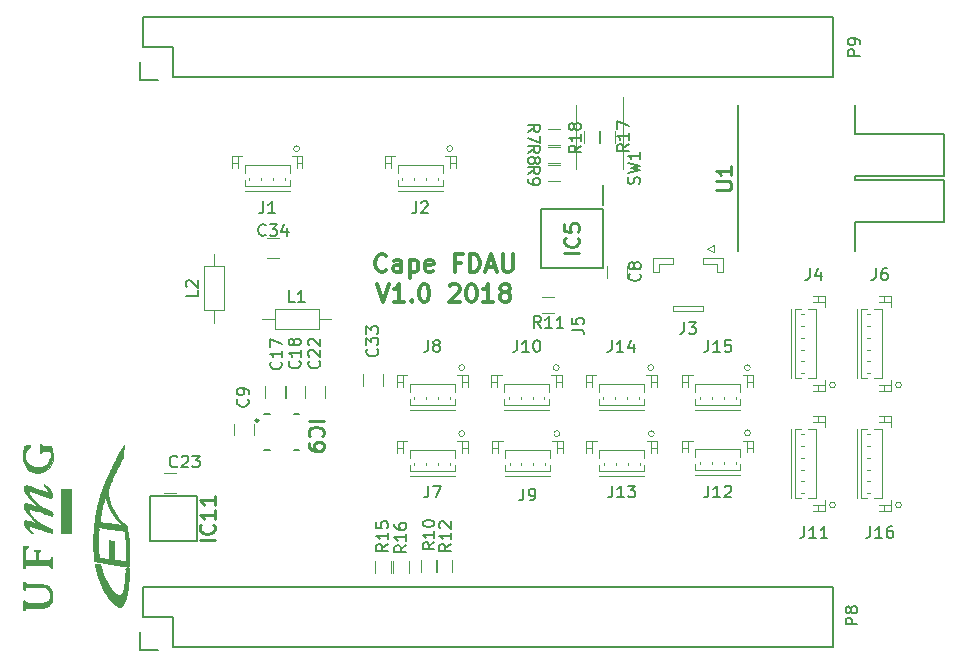
<source format=gbr>
G04 #@! TF.GenerationSoftware,KiCad,Pcbnew,(5.0.0)*
G04 #@! TF.CreationDate,2018-11-04T22:59:11-02:00*
G04 #@! TF.ProjectId,Cape_Beaglebone,436170655F426561676C65626F6E652E,rev?*
G04 #@! TF.SameCoordinates,Original*
G04 #@! TF.FileFunction,Legend,Top*
G04 #@! TF.FilePolarity,Positive*
%FSLAX46Y46*%
G04 Gerber Fmt 4.6, Leading zero omitted, Abs format (unit mm)*
G04 Created by KiCad (PCBNEW (5.0.0)) date 11/04/18 22:59:11*
%MOMM*%
%LPD*%
G01*
G04 APERTURE LIST*
%ADD10C,0.300000*%
%ADD11C,0.120000*%
%ADD12C,0.150000*%
%ADD13C,0.200000*%
%ADD14C,0.254000*%
%ADD15C,0.010000*%
G04 APERTURE END LIST*
D10*
X148071428Y-69260714D02*
X148000000Y-69332142D01*
X147785714Y-69403571D01*
X147642857Y-69403571D01*
X147428571Y-69332142D01*
X147285714Y-69189285D01*
X147214285Y-69046428D01*
X147142857Y-68760714D01*
X147142857Y-68546428D01*
X147214285Y-68260714D01*
X147285714Y-68117857D01*
X147428571Y-67975000D01*
X147642857Y-67903571D01*
X147785714Y-67903571D01*
X148000000Y-67975000D01*
X148071428Y-68046428D01*
X149357142Y-69403571D02*
X149357142Y-68617857D01*
X149285714Y-68475000D01*
X149142857Y-68403571D01*
X148857142Y-68403571D01*
X148714285Y-68475000D01*
X149357142Y-69332142D02*
X149214285Y-69403571D01*
X148857142Y-69403571D01*
X148714285Y-69332142D01*
X148642857Y-69189285D01*
X148642857Y-69046428D01*
X148714285Y-68903571D01*
X148857142Y-68832142D01*
X149214285Y-68832142D01*
X149357142Y-68760714D01*
X150071428Y-68403571D02*
X150071428Y-69903571D01*
X150071428Y-68475000D02*
X150214285Y-68403571D01*
X150500000Y-68403571D01*
X150642857Y-68475000D01*
X150714285Y-68546428D01*
X150785714Y-68689285D01*
X150785714Y-69117857D01*
X150714285Y-69260714D01*
X150642857Y-69332142D01*
X150500000Y-69403571D01*
X150214285Y-69403571D01*
X150071428Y-69332142D01*
X152000000Y-69332142D02*
X151857142Y-69403571D01*
X151571428Y-69403571D01*
X151428571Y-69332142D01*
X151357142Y-69189285D01*
X151357142Y-68617857D01*
X151428571Y-68475000D01*
X151571428Y-68403571D01*
X151857142Y-68403571D01*
X152000000Y-68475000D01*
X152071428Y-68617857D01*
X152071428Y-68760714D01*
X151357142Y-68903571D01*
X154357142Y-68617857D02*
X153857142Y-68617857D01*
X153857142Y-69403571D02*
X153857142Y-67903571D01*
X154571428Y-67903571D01*
X155142857Y-69403571D02*
X155142857Y-67903571D01*
X155500000Y-67903571D01*
X155714285Y-67975000D01*
X155857142Y-68117857D01*
X155928571Y-68260714D01*
X156000000Y-68546428D01*
X156000000Y-68760714D01*
X155928571Y-69046428D01*
X155857142Y-69189285D01*
X155714285Y-69332142D01*
X155500000Y-69403571D01*
X155142857Y-69403571D01*
X156571428Y-68975000D02*
X157285714Y-68975000D01*
X156428571Y-69403571D02*
X156928571Y-67903571D01*
X157428571Y-69403571D01*
X157928571Y-67903571D02*
X157928571Y-69117857D01*
X158000000Y-69260714D01*
X158071428Y-69332142D01*
X158214285Y-69403571D01*
X158500000Y-69403571D01*
X158642857Y-69332142D01*
X158714285Y-69260714D01*
X158785714Y-69117857D01*
X158785714Y-67903571D01*
X147285714Y-70453571D02*
X147785714Y-71953571D01*
X148285714Y-70453571D01*
X149571428Y-71953571D02*
X148714285Y-71953571D01*
X149142857Y-71953571D02*
X149142857Y-70453571D01*
X149000000Y-70667857D01*
X148857142Y-70810714D01*
X148714285Y-70882142D01*
X150214285Y-71810714D02*
X150285714Y-71882142D01*
X150214285Y-71953571D01*
X150142857Y-71882142D01*
X150214285Y-71810714D01*
X150214285Y-71953571D01*
X151214285Y-70453571D02*
X151357142Y-70453571D01*
X151500000Y-70525000D01*
X151571428Y-70596428D01*
X151642857Y-70739285D01*
X151714285Y-71025000D01*
X151714285Y-71382142D01*
X151642857Y-71667857D01*
X151571428Y-71810714D01*
X151500000Y-71882142D01*
X151357142Y-71953571D01*
X151214285Y-71953571D01*
X151071428Y-71882142D01*
X151000000Y-71810714D01*
X150928571Y-71667857D01*
X150857142Y-71382142D01*
X150857142Y-71025000D01*
X150928571Y-70739285D01*
X151000000Y-70596428D01*
X151071428Y-70525000D01*
X151214285Y-70453571D01*
X153428571Y-70596428D02*
X153500000Y-70525000D01*
X153642857Y-70453571D01*
X154000000Y-70453571D01*
X154142857Y-70525000D01*
X154214285Y-70596428D01*
X154285714Y-70739285D01*
X154285714Y-70882142D01*
X154214285Y-71096428D01*
X153357142Y-71953571D01*
X154285714Y-71953571D01*
X155214285Y-70453571D02*
X155357142Y-70453571D01*
X155500000Y-70525000D01*
X155571428Y-70596428D01*
X155642857Y-70739285D01*
X155714285Y-71025000D01*
X155714285Y-71382142D01*
X155642857Y-71667857D01*
X155571428Y-71810714D01*
X155500000Y-71882142D01*
X155357142Y-71953571D01*
X155214285Y-71953571D01*
X155071428Y-71882142D01*
X155000000Y-71810714D01*
X154928571Y-71667857D01*
X154857142Y-71382142D01*
X154857142Y-71025000D01*
X154928571Y-70739285D01*
X155000000Y-70596428D01*
X155071428Y-70525000D01*
X155214285Y-70453571D01*
X157142857Y-71953571D02*
X156285714Y-71953571D01*
X156714285Y-71953571D02*
X156714285Y-70453571D01*
X156571428Y-70667857D01*
X156428571Y-70810714D01*
X156285714Y-70882142D01*
X158000000Y-71096428D02*
X157857142Y-71025000D01*
X157785714Y-70953571D01*
X157714285Y-70810714D01*
X157714285Y-70739285D01*
X157785714Y-70596428D01*
X157857142Y-70525000D01*
X158000000Y-70453571D01*
X158285714Y-70453571D01*
X158428571Y-70525000D01*
X158500000Y-70596428D01*
X158571428Y-70739285D01*
X158571428Y-70810714D01*
X158500000Y-70953571D01*
X158428571Y-71025000D01*
X158285714Y-71096428D01*
X158000000Y-71096428D01*
X157857142Y-71167857D01*
X157785714Y-71239285D01*
X157714285Y-71382142D01*
X157714285Y-71667857D01*
X157785714Y-71810714D01*
X157857142Y-71882142D01*
X158000000Y-71953571D01*
X158285714Y-71953571D01*
X158428571Y-71882142D01*
X158500000Y-71810714D01*
X158571428Y-71667857D01*
X158571428Y-71382142D01*
X158500000Y-71239285D01*
X158428571Y-71167857D01*
X158285714Y-71096428D01*
D11*
G04 #@! TO.C,J3*
X174860000Y-72740000D02*
X172360000Y-72740000D01*
X172360000Y-72740000D02*
X172360000Y-72240000D01*
X172360000Y-72240000D02*
X174860000Y-72240000D01*
X174860000Y-72240000D02*
X174860000Y-72740000D01*
X176560000Y-69390000D02*
X176560000Y-68190000D01*
X176560000Y-68190000D02*
X174910000Y-68190000D01*
X174910000Y-68190000D02*
X174910000Y-68690000D01*
X174910000Y-68690000D02*
X176060000Y-68690000D01*
X176060000Y-68690000D02*
X176060000Y-69390000D01*
X176060000Y-69390000D02*
X176560000Y-69390000D01*
X170660000Y-69390000D02*
X170660000Y-68190000D01*
X170660000Y-68190000D02*
X172310000Y-68190000D01*
X172310000Y-68190000D02*
X172310000Y-68690000D01*
X172310000Y-68690000D02*
X171160000Y-68690000D01*
X171160000Y-68690000D02*
X171160000Y-69390000D01*
X171160000Y-69390000D02*
X170660000Y-69390000D01*
X175235000Y-67440000D02*
X175835000Y-67140000D01*
X175835000Y-67140000D02*
X175835000Y-67740000D01*
X175835000Y-67740000D02*
X175235000Y-67440000D01*
G04 #@! TO.C,C34*
X138000000Y-68250000D02*
X139000000Y-68250000D01*
X139000000Y-66550000D02*
X138000000Y-66550000D01*
G04 #@! TO.C,L2*
X133500000Y-67860000D02*
X133500000Y-68930000D01*
X133500000Y-73720000D02*
X133500000Y-72650000D01*
X132640000Y-68930000D02*
X132640000Y-72650000D01*
X134360000Y-68930000D02*
X132640000Y-68930000D01*
X134360000Y-72650000D02*
X134360000Y-68930000D01*
X132640000Y-72650000D02*
X134360000Y-72650000D01*
D12*
G04 #@! TO.C,P8*
X185886296Y-96066004D02*
X127466296Y-96066004D01*
X185886296Y-101146004D02*
X130006296Y-101146004D01*
X185886296Y-96066004D02*
X185886296Y-101146004D01*
X127466296Y-96066004D02*
X127466296Y-98606004D01*
X127186296Y-99876004D02*
X127186296Y-101426004D01*
X127466296Y-98606004D02*
X130006296Y-98606004D01*
X130006296Y-98606004D02*
X130006296Y-101146004D01*
X127186296Y-101426004D02*
X128736296Y-101426004D01*
D11*
G04 #@! TO.C,L1*
X138611096Y-72511104D02*
X138611096Y-74231104D01*
X138611096Y-74231104D02*
X142331096Y-74231104D01*
X142331096Y-74231104D02*
X142331096Y-72511104D01*
X142331096Y-72511104D02*
X138611096Y-72511104D01*
X137541096Y-73371104D02*
X138611096Y-73371104D01*
X143401096Y-73371104D02*
X142331096Y-73371104D01*
G04 #@! TO.C,R17*
X166067396Y-58440604D02*
X166067396Y-57440604D01*
X167427396Y-57440604D02*
X167427396Y-58440604D01*
G04 #@! TO.C,R18*
X166157396Y-57440604D02*
X166157396Y-58440604D01*
X164797396Y-58440604D02*
X164797396Y-57440604D01*
D13*
G04 #@! TO.C,IC9*
X137719617Y-81465121D02*
X137719617Y-81465121D01*
X137719617Y-81465121D02*
X137719617Y-81465121D01*
X137719617Y-81465121D02*
X138219617Y-81465121D01*
X140719617Y-81465121D02*
X140719617Y-81465121D01*
X140719617Y-81465121D02*
X140219617Y-81465121D01*
X137719617Y-84465121D02*
X137719617Y-84465121D01*
X137719617Y-84465121D02*
X138219617Y-84465121D01*
X140719617Y-84465121D02*
X140719617Y-84465121D01*
X140719617Y-84465121D02*
X140219617Y-84465121D01*
D14*
X137244617Y-81965121D02*
G75*
G03X137244617Y-81965121I-125000J0D01*
G01*
D13*
G04 #@! TO.C,IC5*
X166406396Y-62076604D02*
X166406396Y-63726604D01*
X161211396Y-64076604D02*
X166441396Y-64076604D01*
X161211396Y-69076604D02*
X161211396Y-64076604D01*
X166441396Y-69076604D02*
X161211396Y-69076604D01*
X166441396Y-64076604D02*
X166441396Y-69076604D01*
G04 #@! TO.C,IC11*
X132074696Y-88351404D02*
X132074696Y-92201404D01*
X132074696Y-92201404D02*
X128024696Y-92201404D01*
X128024696Y-92201404D02*
X128024696Y-88351404D01*
X128024696Y-88351404D02*
X132074696Y-88351404D01*
G04 #@! TO.C,U1*
X177865896Y-67651604D02*
X177865896Y-55251604D01*
X187765896Y-57751604D02*
X187765896Y-55251604D01*
X195265896Y-57751604D02*
X187765896Y-57751604D01*
X195265896Y-61251604D02*
X195265896Y-57751604D01*
X187765896Y-61251604D02*
X195265896Y-61251604D01*
X187765896Y-61651604D02*
X187765896Y-61251604D01*
X195265896Y-61651604D02*
X187765896Y-61651604D01*
X195265896Y-65151604D02*
X195265896Y-61651604D01*
X187765896Y-65151604D02*
X195265896Y-65151604D01*
X187765896Y-67651604D02*
X187765896Y-65151604D01*
D11*
G04 #@! TO.C,SW1*
X168077396Y-54600604D02*
X168077396Y-60640604D01*
X164147396Y-55240604D02*
X164147396Y-60640604D01*
G04 #@! TO.C,C33*
X147767396Y-79073104D02*
X147767396Y-78073104D01*
X146067396Y-78073104D02*
X146067396Y-79073104D01*
G04 #@! TO.C,J11*
X186110896Y-89126604D02*
G75*
G03X186110896Y-89126604I-250000J0D01*
G01*
X182310896Y-88526604D02*
X182310896Y-82726604D01*
X184210896Y-89626604D02*
X185210896Y-89626604D01*
X185210896Y-89626604D02*
X185210896Y-88726604D01*
X185210896Y-89126604D02*
X184210896Y-89126604D01*
X184210896Y-89126604D02*
X184210896Y-89126604D01*
X184210896Y-89126604D02*
X185210896Y-89126604D01*
X185210896Y-89126604D02*
X185210896Y-89126604D01*
X184610896Y-89126604D02*
X184610896Y-89126604D01*
X184610896Y-89126604D02*
X184610896Y-89626604D01*
X184610896Y-89626604D02*
X184610896Y-89626604D01*
X184610896Y-89626604D02*
X184610896Y-89126604D01*
X184210896Y-81626604D02*
X185210896Y-81626604D01*
X185210896Y-81626604D02*
X185210896Y-82526604D01*
X185210896Y-82126604D02*
X184210896Y-82126604D01*
X184210896Y-82126604D02*
X184210896Y-82126604D01*
X184210896Y-82126604D02*
X185210896Y-82126604D01*
X185210896Y-82126604D02*
X185210896Y-82126604D01*
X184610896Y-82126604D02*
X184610896Y-82126604D01*
X184610896Y-82126604D02*
X184610896Y-81626604D01*
X184610896Y-81626604D02*
X184610896Y-81626604D01*
X184610896Y-81626604D02*
X184610896Y-82126604D01*
X183210896Y-88526604D02*
X182710896Y-88526604D01*
X182710896Y-88526604D02*
X182710896Y-82726604D01*
X182710896Y-82726604D02*
X183210896Y-82726604D01*
X183810896Y-88526604D02*
X184460896Y-88526604D01*
X184460896Y-88526604D02*
X184460896Y-82726604D01*
X184460896Y-82726604D02*
X183810896Y-82726604D01*
X183210896Y-88126604D02*
X183410896Y-88126604D01*
X183210896Y-87126604D02*
X183410896Y-87126604D01*
X183210896Y-86126604D02*
X183410896Y-86126604D01*
X183210896Y-85126604D02*
X183410896Y-85126604D01*
X183210896Y-84126604D02*
X183410896Y-84126604D01*
X183210896Y-83126604D02*
X183410896Y-83126604D01*
G04 #@! TO.C,J4*
X186110896Y-78966604D02*
G75*
G03X186110896Y-78966604I-250000J0D01*
G01*
X182310896Y-78366604D02*
X182310896Y-72566604D01*
X184210896Y-79466604D02*
X185210896Y-79466604D01*
X185210896Y-79466604D02*
X185210896Y-78566604D01*
X185210896Y-78966604D02*
X184210896Y-78966604D01*
X184210896Y-78966604D02*
X184210896Y-78966604D01*
X184210896Y-78966604D02*
X185210896Y-78966604D01*
X185210896Y-78966604D02*
X185210896Y-78966604D01*
X184610896Y-78966604D02*
X184610896Y-78966604D01*
X184610896Y-78966604D02*
X184610896Y-79466604D01*
X184610896Y-79466604D02*
X184610896Y-79466604D01*
X184610896Y-79466604D02*
X184610896Y-78966604D01*
X184210896Y-71466604D02*
X185210896Y-71466604D01*
X185210896Y-71466604D02*
X185210896Y-72366604D01*
X185210896Y-71966604D02*
X184210896Y-71966604D01*
X184210896Y-71966604D02*
X184210896Y-71966604D01*
X184210896Y-71966604D02*
X185210896Y-71966604D01*
X185210896Y-71966604D02*
X185210896Y-71966604D01*
X184610896Y-71966604D02*
X184610896Y-71966604D01*
X184610896Y-71966604D02*
X184610896Y-71466604D01*
X184610896Y-71466604D02*
X184610896Y-71466604D01*
X184610896Y-71466604D02*
X184610896Y-71966604D01*
X183210896Y-78366604D02*
X182710896Y-78366604D01*
X182710896Y-78366604D02*
X182710896Y-72566604D01*
X182710896Y-72566604D02*
X183210896Y-72566604D01*
X183810896Y-78366604D02*
X184460896Y-78366604D01*
X184460896Y-78366604D02*
X184460896Y-72566604D01*
X184460896Y-72566604D02*
X183810896Y-72566604D01*
X183210896Y-77966604D02*
X183410896Y-77966604D01*
X183210896Y-76966604D02*
X183410896Y-76966604D01*
X183210896Y-75966604D02*
X183410896Y-75966604D01*
X183210896Y-74966604D02*
X183410896Y-74966604D01*
X183210896Y-73966604D02*
X183410896Y-73966604D01*
X183210896Y-72966604D02*
X183410896Y-72966604D01*
G04 #@! TO.C,J6*
X191698896Y-78966604D02*
G75*
G03X191698896Y-78966604I-250000J0D01*
G01*
X187898896Y-78366604D02*
X187898896Y-72566604D01*
X189798896Y-79466604D02*
X190798896Y-79466604D01*
X190798896Y-79466604D02*
X190798896Y-78566604D01*
X190798896Y-78966604D02*
X189798896Y-78966604D01*
X189798896Y-78966604D02*
X189798896Y-78966604D01*
X189798896Y-78966604D02*
X190798896Y-78966604D01*
X190798896Y-78966604D02*
X190798896Y-78966604D01*
X190198896Y-78966604D02*
X190198896Y-78966604D01*
X190198896Y-78966604D02*
X190198896Y-79466604D01*
X190198896Y-79466604D02*
X190198896Y-79466604D01*
X190198896Y-79466604D02*
X190198896Y-78966604D01*
X189798896Y-71466604D02*
X190798896Y-71466604D01*
X190798896Y-71466604D02*
X190798896Y-72366604D01*
X190798896Y-71966604D02*
X189798896Y-71966604D01*
X189798896Y-71966604D02*
X189798896Y-71966604D01*
X189798896Y-71966604D02*
X190798896Y-71966604D01*
X190798896Y-71966604D02*
X190798896Y-71966604D01*
X190198896Y-71966604D02*
X190198896Y-71966604D01*
X190198896Y-71966604D02*
X190198896Y-71466604D01*
X190198896Y-71466604D02*
X190198896Y-71466604D01*
X190198896Y-71466604D02*
X190198896Y-71966604D01*
X188798896Y-78366604D02*
X188298896Y-78366604D01*
X188298896Y-78366604D02*
X188298896Y-72566604D01*
X188298896Y-72566604D02*
X188798896Y-72566604D01*
X189398896Y-78366604D02*
X190048896Y-78366604D01*
X190048896Y-78366604D02*
X190048896Y-72566604D01*
X190048896Y-72566604D02*
X189398896Y-72566604D01*
X188798896Y-77966604D02*
X188998896Y-77966604D01*
X188798896Y-76966604D02*
X188998896Y-76966604D01*
X188798896Y-75966604D02*
X188998896Y-75966604D01*
X188798896Y-74966604D02*
X188998896Y-74966604D01*
X188798896Y-73966604D02*
X188998896Y-73966604D01*
X188798896Y-72966604D02*
X188998896Y-72966604D01*
G04 #@! TO.C,J16*
X191698896Y-89126604D02*
G75*
G03X191698896Y-89126604I-250000J0D01*
G01*
X187898896Y-88526604D02*
X187898896Y-82726604D01*
X189798896Y-89626604D02*
X190798896Y-89626604D01*
X190798896Y-89626604D02*
X190798896Y-88726604D01*
X190798896Y-89126604D02*
X189798896Y-89126604D01*
X189798896Y-89126604D02*
X189798896Y-89126604D01*
X189798896Y-89126604D02*
X190798896Y-89126604D01*
X190798896Y-89126604D02*
X190798896Y-89126604D01*
X190198896Y-89126604D02*
X190198896Y-89126604D01*
X190198896Y-89126604D02*
X190198896Y-89626604D01*
X190198896Y-89626604D02*
X190198896Y-89626604D01*
X190198896Y-89626604D02*
X190198896Y-89126604D01*
X189798896Y-81626604D02*
X190798896Y-81626604D01*
X190798896Y-81626604D02*
X190798896Y-82526604D01*
X190798896Y-82126604D02*
X189798896Y-82126604D01*
X189798896Y-82126604D02*
X189798896Y-82126604D01*
X189798896Y-82126604D02*
X190798896Y-82126604D01*
X190798896Y-82126604D02*
X190798896Y-82126604D01*
X190198896Y-82126604D02*
X190198896Y-82126604D01*
X190198896Y-82126604D02*
X190198896Y-81626604D01*
X190198896Y-81626604D02*
X190198896Y-81626604D01*
X190198896Y-81626604D02*
X190198896Y-82126604D01*
X188798896Y-88526604D02*
X188298896Y-88526604D01*
X188298896Y-88526604D02*
X188298896Y-82726604D01*
X188298896Y-82726604D02*
X188798896Y-82726604D01*
X189398896Y-88526604D02*
X190048896Y-88526604D01*
X190048896Y-88526604D02*
X190048896Y-82726604D01*
X190048896Y-82726604D02*
X189398896Y-82726604D01*
X188798896Y-88126604D02*
X188998896Y-88126604D01*
X188798896Y-87126604D02*
X188998896Y-87126604D01*
X188798896Y-86126604D02*
X188998896Y-86126604D01*
X188798896Y-85126604D02*
X188998896Y-85126604D01*
X188798896Y-84126604D02*
X188998896Y-84126604D01*
X188798896Y-83126604D02*
X188998896Y-83126604D01*
G04 #@! TO.C,J1*
X140725896Y-58964104D02*
G75*
G03X140725896Y-58964104I-250000J0D01*
G01*
X139875896Y-62514104D02*
X136075896Y-62514104D01*
X140975896Y-60614104D02*
X140975896Y-59614104D01*
X140975896Y-59614104D02*
X140075896Y-59614104D01*
X140475896Y-59614104D02*
X140475896Y-60614104D01*
X140475896Y-60614104D02*
X140475896Y-60614104D01*
X140475896Y-60614104D02*
X140475896Y-59614104D01*
X140475896Y-59614104D02*
X140475896Y-59614104D01*
X140475896Y-60214104D02*
X140475896Y-60214104D01*
X140475896Y-60214104D02*
X140975896Y-60214104D01*
X140975896Y-60214104D02*
X140975896Y-60214104D01*
X140975896Y-60214104D02*
X140475896Y-60214104D01*
X134975896Y-60614104D02*
X134975896Y-59614104D01*
X134975896Y-59614104D02*
X135875896Y-59614104D01*
X135475896Y-59614104D02*
X135475896Y-60614104D01*
X135475896Y-60614104D02*
X135475896Y-60614104D01*
X135475896Y-60614104D02*
X135475896Y-59614104D01*
X135475896Y-59614104D02*
X135475896Y-59614104D01*
X135475896Y-60214104D02*
X135475896Y-60214104D01*
X135475896Y-60214104D02*
X134975896Y-60214104D01*
X134975896Y-60214104D02*
X134975896Y-60214104D01*
X134975896Y-60214104D02*
X135475896Y-60214104D01*
X139875896Y-61614104D02*
X139875896Y-62114104D01*
X139875896Y-62114104D02*
X136075896Y-62114104D01*
X136075896Y-62114104D02*
X136075896Y-61614104D01*
X139875896Y-61014104D02*
X139875896Y-60364104D01*
X139875896Y-60364104D02*
X136075896Y-60364104D01*
X136075896Y-60364104D02*
X136075896Y-61014104D01*
X139475896Y-61614104D02*
X139475896Y-61414104D01*
X138475896Y-61614104D02*
X138475896Y-61414104D01*
X137475896Y-61614104D02*
X137475896Y-61414104D01*
X136475896Y-61614104D02*
X136475896Y-61414104D01*
G04 #@! TO.C,J2*
X153685896Y-58956604D02*
G75*
G03X153685896Y-58956604I-250000J0D01*
G01*
X152835896Y-62506604D02*
X149035896Y-62506604D01*
X153935896Y-60606604D02*
X153935896Y-59606604D01*
X153935896Y-59606604D02*
X153035896Y-59606604D01*
X153435896Y-59606604D02*
X153435896Y-60606604D01*
X153435896Y-60606604D02*
X153435896Y-60606604D01*
X153435896Y-60606604D02*
X153435896Y-59606604D01*
X153435896Y-59606604D02*
X153435896Y-59606604D01*
X153435896Y-60206604D02*
X153435896Y-60206604D01*
X153435896Y-60206604D02*
X153935896Y-60206604D01*
X153935896Y-60206604D02*
X153935896Y-60206604D01*
X153935896Y-60206604D02*
X153435896Y-60206604D01*
X147935896Y-60606604D02*
X147935896Y-59606604D01*
X147935896Y-59606604D02*
X148835896Y-59606604D01*
X148435896Y-59606604D02*
X148435896Y-60606604D01*
X148435896Y-60606604D02*
X148435896Y-60606604D01*
X148435896Y-60606604D02*
X148435896Y-59606604D01*
X148435896Y-59606604D02*
X148435896Y-59606604D01*
X148435896Y-60206604D02*
X148435896Y-60206604D01*
X148435896Y-60206604D02*
X147935896Y-60206604D01*
X147935896Y-60206604D02*
X147935896Y-60206604D01*
X147935896Y-60206604D02*
X148435896Y-60206604D01*
X152835896Y-61606604D02*
X152835896Y-62106604D01*
X152835896Y-62106604D02*
X149035896Y-62106604D01*
X149035896Y-62106604D02*
X149035896Y-61606604D01*
X152835896Y-61006604D02*
X152835896Y-60356604D01*
X152835896Y-60356604D02*
X149035896Y-60356604D01*
X149035896Y-60356604D02*
X149035896Y-61006604D01*
X152435896Y-61606604D02*
X152435896Y-61406604D01*
X151435896Y-61606604D02*
X151435896Y-61406604D01*
X150435896Y-61606604D02*
X150435896Y-61406604D01*
X149435896Y-61606604D02*
X149435896Y-61406604D01*
G04 #@! TO.C,J7*
X154701896Y-83086604D02*
G75*
G03X154701896Y-83086604I-250000J0D01*
G01*
X153851896Y-86636604D02*
X150051896Y-86636604D01*
X154951896Y-84736604D02*
X154951896Y-83736604D01*
X154951896Y-83736604D02*
X154051896Y-83736604D01*
X154451896Y-83736604D02*
X154451896Y-84736604D01*
X154451896Y-84736604D02*
X154451896Y-84736604D01*
X154451896Y-84736604D02*
X154451896Y-83736604D01*
X154451896Y-83736604D02*
X154451896Y-83736604D01*
X154451896Y-84336604D02*
X154451896Y-84336604D01*
X154451896Y-84336604D02*
X154951896Y-84336604D01*
X154951896Y-84336604D02*
X154951896Y-84336604D01*
X154951896Y-84336604D02*
X154451896Y-84336604D01*
X148951896Y-84736604D02*
X148951896Y-83736604D01*
X148951896Y-83736604D02*
X149851896Y-83736604D01*
X149451896Y-83736604D02*
X149451896Y-84736604D01*
X149451896Y-84736604D02*
X149451896Y-84736604D01*
X149451896Y-84736604D02*
X149451896Y-83736604D01*
X149451896Y-83736604D02*
X149451896Y-83736604D01*
X149451896Y-84336604D02*
X149451896Y-84336604D01*
X149451896Y-84336604D02*
X148951896Y-84336604D01*
X148951896Y-84336604D02*
X148951896Y-84336604D01*
X148951896Y-84336604D02*
X149451896Y-84336604D01*
X153851896Y-85736604D02*
X153851896Y-86236604D01*
X153851896Y-86236604D02*
X150051896Y-86236604D01*
X150051896Y-86236604D02*
X150051896Y-85736604D01*
X153851896Y-85136604D02*
X153851896Y-84486604D01*
X153851896Y-84486604D02*
X150051896Y-84486604D01*
X150051896Y-84486604D02*
X150051896Y-85136604D01*
X153451896Y-85736604D02*
X153451896Y-85536604D01*
X152451896Y-85736604D02*
X152451896Y-85536604D01*
X151451896Y-85736604D02*
X151451896Y-85536604D01*
X150451896Y-85736604D02*
X150451896Y-85536604D01*
G04 #@! TO.C,J8*
X154701896Y-77498604D02*
G75*
G03X154701896Y-77498604I-250000J0D01*
G01*
X153851896Y-81048604D02*
X150051896Y-81048604D01*
X154951896Y-79148604D02*
X154951896Y-78148604D01*
X154951896Y-78148604D02*
X154051896Y-78148604D01*
X154451896Y-78148604D02*
X154451896Y-79148604D01*
X154451896Y-79148604D02*
X154451896Y-79148604D01*
X154451896Y-79148604D02*
X154451896Y-78148604D01*
X154451896Y-78148604D02*
X154451896Y-78148604D01*
X154451896Y-78748604D02*
X154451896Y-78748604D01*
X154451896Y-78748604D02*
X154951896Y-78748604D01*
X154951896Y-78748604D02*
X154951896Y-78748604D01*
X154951896Y-78748604D02*
X154451896Y-78748604D01*
X148951896Y-79148604D02*
X148951896Y-78148604D01*
X148951896Y-78148604D02*
X149851896Y-78148604D01*
X149451896Y-78148604D02*
X149451896Y-79148604D01*
X149451896Y-79148604D02*
X149451896Y-79148604D01*
X149451896Y-79148604D02*
X149451896Y-78148604D01*
X149451896Y-78148604D02*
X149451896Y-78148604D01*
X149451896Y-78748604D02*
X149451896Y-78748604D01*
X149451896Y-78748604D02*
X148951896Y-78748604D01*
X148951896Y-78748604D02*
X148951896Y-78748604D01*
X148951896Y-78748604D02*
X149451896Y-78748604D01*
X153851896Y-80148604D02*
X153851896Y-80648604D01*
X153851896Y-80648604D02*
X150051896Y-80648604D01*
X150051896Y-80648604D02*
X150051896Y-80148604D01*
X153851896Y-79548604D02*
X153851896Y-78898604D01*
X153851896Y-78898604D02*
X150051896Y-78898604D01*
X150051896Y-78898604D02*
X150051896Y-79548604D01*
X153451896Y-80148604D02*
X153451896Y-79948604D01*
X152451896Y-80148604D02*
X152451896Y-79948604D01*
X151451896Y-80148604D02*
X151451896Y-79948604D01*
X150451896Y-80148604D02*
X150451896Y-79948604D01*
G04 #@! TO.C,J9*
X162766396Y-83086604D02*
G75*
G03X162766396Y-83086604I-250000J0D01*
G01*
X161916396Y-86636604D02*
X158116396Y-86636604D01*
X163016396Y-84736604D02*
X163016396Y-83736604D01*
X163016396Y-83736604D02*
X162116396Y-83736604D01*
X162516396Y-83736604D02*
X162516396Y-84736604D01*
X162516396Y-84736604D02*
X162516396Y-84736604D01*
X162516396Y-84736604D02*
X162516396Y-83736604D01*
X162516396Y-83736604D02*
X162516396Y-83736604D01*
X162516396Y-84336604D02*
X162516396Y-84336604D01*
X162516396Y-84336604D02*
X163016396Y-84336604D01*
X163016396Y-84336604D02*
X163016396Y-84336604D01*
X163016396Y-84336604D02*
X162516396Y-84336604D01*
X157016396Y-84736604D02*
X157016396Y-83736604D01*
X157016396Y-83736604D02*
X157916396Y-83736604D01*
X157516396Y-83736604D02*
X157516396Y-84736604D01*
X157516396Y-84736604D02*
X157516396Y-84736604D01*
X157516396Y-84736604D02*
X157516396Y-83736604D01*
X157516396Y-83736604D02*
X157516396Y-83736604D01*
X157516396Y-84336604D02*
X157516396Y-84336604D01*
X157516396Y-84336604D02*
X157016396Y-84336604D01*
X157016396Y-84336604D02*
X157016396Y-84336604D01*
X157016396Y-84336604D02*
X157516396Y-84336604D01*
X161916396Y-85736604D02*
X161916396Y-86236604D01*
X161916396Y-86236604D02*
X158116396Y-86236604D01*
X158116396Y-86236604D02*
X158116396Y-85736604D01*
X161916396Y-85136604D02*
X161916396Y-84486604D01*
X161916396Y-84486604D02*
X158116396Y-84486604D01*
X158116396Y-84486604D02*
X158116396Y-85136604D01*
X161516396Y-85736604D02*
X161516396Y-85536604D01*
X160516396Y-85736604D02*
X160516396Y-85536604D01*
X159516396Y-85736604D02*
X159516396Y-85536604D01*
X158516396Y-85736604D02*
X158516396Y-85536604D01*
G04 #@! TO.C,J10*
X162702896Y-77498604D02*
G75*
G03X162702896Y-77498604I-250000J0D01*
G01*
X161852896Y-81048604D02*
X158052896Y-81048604D01*
X162952896Y-79148604D02*
X162952896Y-78148604D01*
X162952896Y-78148604D02*
X162052896Y-78148604D01*
X162452896Y-78148604D02*
X162452896Y-79148604D01*
X162452896Y-79148604D02*
X162452896Y-79148604D01*
X162452896Y-79148604D02*
X162452896Y-78148604D01*
X162452896Y-78148604D02*
X162452896Y-78148604D01*
X162452896Y-78748604D02*
X162452896Y-78748604D01*
X162452896Y-78748604D02*
X162952896Y-78748604D01*
X162952896Y-78748604D02*
X162952896Y-78748604D01*
X162952896Y-78748604D02*
X162452896Y-78748604D01*
X156952896Y-79148604D02*
X156952896Y-78148604D01*
X156952896Y-78148604D02*
X157852896Y-78148604D01*
X157452896Y-78148604D02*
X157452896Y-79148604D01*
X157452896Y-79148604D02*
X157452896Y-79148604D01*
X157452896Y-79148604D02*
X157452896Y-78148604D01*
X157452896Y-78148604D02*
X157452896Y-78148604D01*
X157452896Y-78748604D02*
X157452896Y-78748604D01*
X157452896Y-78748604D02*
X156952896Y-78748604D01*
X156952896Y-78748604D02*
X156952896Y-78748604D01*
X156952896Y-78748604D02*
X157452896Y-78748604D01*
X161852896Y-80148604D02*
X161852896Y-80648604D01*
X161852896Y-80648604D02*
X158052896Y-80648604D01*
X158052896Y-80648604D02*
X158052896Y-80148604D01*
X161852896Y-79548604D02*
X161852896Y-78898604D01*
X161852896Y-78898604D02*
X158052896Y-78898604D01*
X158052896Y-78898604D02*
X158052896Y-79548604D01*
X161452896Y-80148604D02*
X161452896Y-79948604D01*
X160452896Y-80148604D02*
X160452896Y-79948604D01*
X159452896Y-80148604D02*
X159452896Y-79948604D01*
X158452896Y-80148604D02*
X158452896Y-79948604D01*
G04 #@! TO.C,J12*
X178895396Y-83023104D02*
G75*
G03X178895396Y-83023104I-250000J0D01*
G01*
X178045396Y-86573104D02*
X174245396Y-86573104D01*
X179145396Y-84673104D02*
X179145396Y-83673104D01*
X179145396Y-83673104D02*
X178245396Y-83673104D01*
X178645396Y-83673104D02*
X178645396Y-84673104D01*
X178645396Y-84673104D02*
X178645396Y-84673104D01*
X178645396Y-84673104D02*
X178645396Y-83673104D01*
X178645396Y-83673104D02*
X178645396Y-83673104D01*
X178645396Y-84273104D02*
X178645396Y-84273104D01*
X178645396Y-84273104D02*
X179145396Y-84273104D01*
X179145396Y-84273104D02*
X179145396Y-84273104D01*
X179145396Y-84273104D02*
X178645396Y-84273104D01*
X173145396Y-84673104D02*
X173145396Y-83673104D01*
X173145396Y-83673104D02*
X174045396Y-83673104D01*
X173645396Y-83673104D02*
X173645396Y-84673104D01*
X173645396Y-84673104D02*
X173645396Y-84673104D01*
X173645396Y-84673104D02*
X173645396Y-83673104D01*
X173645396Y-83673104D02*
X173645396Y-83673104D01*
X173645396Y-84273104D02*
X173645396Y-84273104D01*
X173645396Y-84273104D02*
X173145396Y-84273104D01*
X173145396Y-84273104D02*
X173145396Y-84273104D01*
X173145396Y-84273104D02*
X173645396Y-84273104D01*
X178045396Y-85673104D02*
X178045396Y-86173104D01*
X178045396Y-86173104D02*
X174245396Y-86173104D01*
X174245396Y-86173104D02*
X174245396Y-85673104D01*
X178045396Y-85073104D02*
X178045396Y-84423104D01*
X178045396Y-84423104D02*
X174245396Y-84423104D01*
X174245396Y-84423104D02*
X174245396Y-85073104D01*
X177645396Y-85673104D02*
X177645396Y-85473104D01*
X176645396Y-85673104D02*
X176645396Y-85473104D01*
X175645396Y-85673104D02*
X175645396Y-85473104D01*
X174645396Y-85673104D02*
X174645396Y-85473104D01*
G04 #@! TO.C,J13*
X170767396Y-83086604D02*
G75*
G03X170767396Y-83086604I-250000J0D01*
G01*
X169917396Y-86636604D02*
X166117396Y-86636604D01*
X171017396Y-84736604D02*
X171017396Y-83736604D01*
X171017396Y-83736604D02*
X170117396Y-83736604D01*
X170517396Y-83736604D02*
X170517396Y-84736604D01*
X170517396Y-84736604D02*
X170517396Y-84736604D01*
X170517396Y-84736604D02*
X170517396Y-83736604D01*
X170517396Y-83736604D02*
X170517396Y-83736604D01*
X170517396Y-84336604D02*
X170517396Y-84336604D01*
X170517396Y-84336604D02*
X171017396Y-84336604D01*
X171017396Y-84336604D02*
X171017396Y-84336604D01*
X171017396Y-84336604D02*
X170517396Y-84336604D01*
X165017396Y-84736604D02*
X165017396Y-83736604D01*
X165017396Y-83736604D02*
X165917396Y-83736604D01*
X165517396Y-83736604D02*
X165517396Y-84736604D01*
X165517396Y-84736604D02*
X165517396Y-84736604D01*
X165517396Y-84736604D02*
X165517396Y-83736604D01*
X165517396Y-83736604D02*
X165517396Y-83736604D01*
X165517396Y-84336604D02*
X165517396Y-84336604D01*
X165517396Y-84336604D02*
X165017396Y-84336604D01*
X165017396Y-84336604D02*
X165017396Y-84336604D01*
X165017396Y-84336604D02*
X165517396Y-84336604D01*
X169917396Y-85736604D02*
X169917396Y-86236604D01*
X169917396Y-86236604D02*
X166117396Y-86236604D01*
X166117396Y-86236604D02*
X166117396Y-85736604D01*
X169917396Y-85136604D02*
X169917396Y-84486604D01*
X169917396Y-84486604D02*
X166117396Y-84486604D01*
X166117396Y-84486604D02*
X166117396Y-85136604D01*
X169517396Y-85736604D02*
X169517396Y-85536604D01*
X168517396Y-85736604D02*
X168517396Y-85536604D01*
X167517396Y-85736604D02*
X167517396Y-85536604D01*
X166517396Y-85736604D02*
X166517396Y-85536604D01*
G04 #@! TO.C,J14*
X170703896Y-77498604D02*
G75*
G03X170703896Y-77498604I-250000J0D01*
G01*
X169853896Y-81048604D02*
X166053896Y-81048604D01*
X170953896Y-79148604D02*
X170953896Y-78148604D01*
X170953896Y-78148604D02*
X170053896Y-78148604D01*
X170453896Y-78148604D02*
X170453896Y-79148604D01*
X170453896Y-79148604D02*
X170453896Y-79148604D01*
X170453896Y-79148604D02*
X170453896Y-78148604D01*
X170453896Y-78148604D02*
X170453896Y-78148604D01*
X170453896Y-78748604D02*
X170453896Y-78748604D01*
X170453896Y-78748604D02*
X170953896Y-78748604D01*
X170953896Y-78748604D02*
X170953896Y-78748604D01*
X170953896Y-78748604D02*
X170453896Y-78748604D01*
X164953896Y-79148604D02*
X164953896Y-78148604D01*
X164953896Y-78148604D02*
X165853896Y-78148604D01*
X165453896Y-78148604D02*
X165453896Y-79148604D01*
X165453896Y-79148604D02*
X165453896Y-79148604D01*
X165453896Y-79148604D02*
X165453896Y-78148604D01*
X165453896Y-78148604D02*
X165453896Y-78148604D01*
X165453896Y-78748604D02*
X165453896Y-78748604D01*
X165453896Y-78748604D02*
X164953896Y-78748604D01*
X164953896Y-78748604D02*
X164953896Y-78748604D01*
X164953896Y-78748604D02*
X165453896Y-78748604D01*
X169853896Y-80148604D02*
X169853896Y-80648604D01*
X169853896Y-80648604D02*
X166053896Y-80648604D01*
X166053896Y-80648604D02*
X166053896Y-80148604D01*
X169853896Y-79548604D02*
X169853896Y-78898604D01*
X169853896Y-78898604D02*
X166053896Y-78898604D01*
X166053896Y-78898604D02*
X166053896Y-79548604D01*
X169453896Y-80148604D02*
X169453896Y-79948604D01*
X168453896Y-80148604D02*
X168453896Y-79948604D01*
X167453896Y-80148604D02*
X167453896Y-79948604D01*
X166453896Y-80148604D02*
X166453896Y-79948604D01*
G04 #@! TO.C,J15*
X178895396Y-77498604D02*
G75*
G03X178895396Y-77498604I-250000J0D01*
G01*
X178045396Y-81048604D02*
X174245396Y-81048604D01*
X179145396Y-79148604D02*
X179145396Y-78148604D01*
X179145396Y-78148604D02*
X178245396Y-78148604D01*
X178645396Y-78148604D02*
X178645396Y-79148604D01*
X178645396Y-79148604D02*
X178645396Y-79148604D01*
X178645396Y-79148604D02*
X178645396Y-78148604D01*
X178645396Y-78148604D02*
X178645396Y-78148604D01*
X178645396Y-78748604D02*
X178645396Y-78748604D01*
X178645396Y-78748604D02*
X179145396Y-78748604D01*
X179145396Y-78748604D02*
X179145396Y-78748604D01*
X179145396Y-78748604D02*
X178645396Y-78748604D01*
X173145396Y-79148604D02*
X173145396Y-78148604D01*
X173145396Y-78148604D02*
X174045396Y-78148604D01*
X173645396Y-78148604D02*
X173645396Y-79148604D01*
X173645396Y-79148604D02*
X173645396Y-79148604D01*
X173645396Y-79148604D02*
X173645396Y-78148604D01*
X173645396Y-78148604D02*
X173645396Y-78148604D01*
X173645396Y-78748604D02*
X173645396Y-78748604D01*
X173645396Y-78748604D02*
X173145396Y-78748604D01*
X173145396Y-78748604D02*
X173145396Y-78748604D01*
X173145396Y-78748604D02*
X173645396Y-78748604D01*
X178045396Y-80148604D02*
X178045396Y-80648604D01*
X178045396Y-80648604D02*
X174245396Y-80648604D01*
X174245396Y-80648604D02*
X174245396Y-80148604D01*
X178045396Y-79548604D02*
X178045396Y-78898604D01*
X178045396Y-78898604D02*
X174245396Y-78898604D01*
X174245396Y-78898604D02*
X174245396Y-79548604D01*
X177645396Y-80148604D02*
X177645396Y-79948604D01*
X176645396Y-80148604D02*
X176645396Y-79948604D01*
X175645396Y-80148604D02*
X175645396Y-79948604D01*
X174645396Y-80148604D02*
X174645396Y-79948604D01*
D12*
G04 #@! TO.C,P9*
X185886296Y-47806004D02*
X127466296Y-47806004D01*
X185886296Y-52886004D02*
X130006296Y-52886004D01*
X185886296Y-47806004D02*
X185886296Y-52886004D01*
X127466296Y-47806004D02*
X127466296Y-50346004D01*
X127186296Y-51616004D02*
X127186296Y-53166004D01*
X127466296Y-50346004D02*
X130006296Y-50346004D01*
X130006296Y-50346004D02*
X130006296Y-52886004D01*
X127186296Y-53166004D02*
X128736296Y-53166004D01*
D11*
G04 #@! TO.C,C8*
X168486396Y-69870604D02*
X168486396Y-68870604D01*
X166786396Y-68870604D02*
X166786396Y-69870604D01*
G04 #@! TO.C,C9*
X135180000Y-82240000D02*
X135180000Y-83240000D01*
X136880000Y-83240000D02*
X136880000Y-82240000D01*
G04 #@! TO.C,C17*
X137840175Y-79052121D02*
X137840175Y-80052121D01*
X139540175Y-80052121D02*
X139540175Y-79052121D01*
G04 #@! TO.C,C18*
X141204975Y-80063167D02*
X141204975Y-79063167D01*
X139504975Y-79063167D02*
X139504975Y-80063167D01*
G04 #@! TO.C,C22*
X141155975Y-79052121D02*
X141155975Y-80052121D01*
X142855975Y-80052121D02*
X142855975Y-79052121D01*
G04 #@! TO.C,C23*
X130244896Y-86441904D02*
X129244896Y-86441904D01*
X129244896Y-88141904D02*
X130244896Y-88141904D01*
G04 #@! TO.C,R7*
X161802396Y-57260604D02*
X162802396Y-57260604D01*
X162802396Y-58620604D02*
X161802396Y-58620604D01*
G04 #@! TO.C,R8*
X162802396Y-60144604D02*
X161802396Y-60144604D01*
X161802396Y-58784604D02*
X162802396Y-58784604D01*
G04 #@! TO.C,R9*
X161802396Y-60308604D02*
X162802396Y-60308604D01*
X162802396Y-61668604D02*
X161802396Y-61668604D01*
G04 #@! TO.C,R10*
X151006296Y-94776004D02*
X151006296Y-93776004D01*
X152366296Y-93776004D02*
X152366296Y-94776004D01*
G04 #@! TO.C,R11*
X161294396Y-71484604D02*
X162294396Y-71484604D01*
X162294396Y-72844604D02*
X161294396Y-72844604D01*
G04 #@! TO.C,R12*
X153666296Y-93776004D02*
X153666296Y-94776004D01*
X152306296Y-94776004D02*
X152306296Y-93776004D01*
G04 #@! TO.C,R15*
X148446296Y-93903004D02*
X148446296Y-94903004D01*
X147086296Y-94903004D02*
X147086296Y-93903004D01*
G04 #@! TO.C,R16*
X148604896Y-94889604D02*
X148604896Y-93889604D01*
X149964896Y-93889604D02*
X149964896Y-94889604D01*
D15*
G04 #@! TO.C,G\002A\002A\002A*
G36*
X123272870Y-91896750D02*
X123275606Y-91708777D01*
X123279929Y-91544879D01*
X123281364Y-91506110D01*
X123288826Y-91328499D01*
X123295663Y-91197780D01*
X123302831Y-91106883D01*
X123311284Y-91048739D01*
X123321975Y-91016277D01*
X123335859Y-91002429D01*
X123349666Y-91000000D01*
X123397792Y-91017672D01*
X123411721Y-91036181D01*
X123448197Y-91061153D01*
X123502335Y-91061177D01*
X123590552Y-91065366D01*
X123664268Y-91098280D01*
X123707728Y-91150987D01*
X123713216Y-91180761D01*
X123704526Y-91236744D01*
X123692972Y-91259489D01*
X123687764Y-91290716D01*
X123683373Y-91367664D01*
X123679806Y-91482078D01*
X123677071Y-91625705D01*
X123675175Y-91790290D01*
X123674126Y-91967577D01*
X123673930Y-92149313D01*
X123674596Y-92327242D01*
X123676130Y-92493111D01*
X123678541Y-92638664D01*
X123681834Y-92755647D01*
X123686019Y-92835806D01*
X123691101Y-92870885D01*
X123691535Y-92871486D01*
X123699837Y-92905839D01*
X123703944Y-92978040D01*
X123703111Y-93066600D01*
X123703739Y-93162764D01*
X123711712Y-93239129D01*
X123723986Y-93276609D01*
X123740760Y-93320687D01*
X123754389Y-93398352D01*
X123759648Y-93457091D01*
X123768012Y-93604681D01*
X124064930Y-93639662D01*
X124189135Y-93655271D01*
X124295736Y-93670471D01*
X124371880Y-93683321D01*
X124402337Y-93690645D01*
X124460821Y-93703991D01*
X124510308Y-93708360D01*
X124577789Y-93710072D01*
X124592113Y-92126266D01*
X124733410Y-92143238D01*
X124830600Y-92153254D01*
X124917417Y-92159472D01*
X124948535Y-92160445D01*
X125022363Y-92160680D01*
X125029513Y-92963709D01*
X125036663Y-93766737D01*
X125333581Y-93808448D01*
X125458606Y-93827352D01*
X125567019Y-93846210D01*
X125645628Y-93862581D01*
X125678186Y-93872242D01*
X125741640Y-93884638D01*
X125793549Y-93881388D01*
X125849636Y-93879708D01*
X125875669Y-93891824D01*
X125910771Y-93909440D01*
X125960379Y-93915196D01*
X126030643Y-93915196D01*
X126013239Y-92884614D01*
X126008571Y-92645417D01*
X126003083Y-92427000D01*
X125996997Y-92234855D01*
X125990536Y-92074472D01*
X125983923Y-91951344D01*
X125977380Y-91870962D01*
X125971129Y-91838818D01*
X125970852Y-91838590D01*
X125957445Y-91805864D01*
X125945415Y-91734029D01*
X125937172Y-91637950D01*
X125936642Y-91627454D01*
X125927417Y-91431759D01*
X126052258Y-91431820D01*
X126129115Y-91434590D01*
X126168576Y-91449374D01*
X126187190Y-91486028D01*
X126193969Y-91516232D01*
X126204051Y-91594522D01*
X126210081Y-91695168D01*
X126210839Y-91740271D01*
X126216730Y-91826448D01*
X126231765Y-91891991D01*
X126243044Y-91912162D01*
X126251595Y-91936417D01*
X126258904Y-91992922D01*
X126265077Y-92084906D01*
X126270223Y-92215600D01*
X126274445Y-92388234D01*
X126277852Y-92606037D01*
X126280550Y-92872240D01*
X126282129Y-93098485D01*
X126283267Y-93344366D01*
X126283704Y-93574538D01*
X126283475Y-93783170D01*
X126282614Y-93964429D01*
X126281156Y-94112485D01*
X126279136Y-94221504D01*
X126276590Y-94285656D01*
X126274937Y-94299840D01*
X126239672Y-94339558D01*
X126209962Y-94347077D01*
X126151270Y-94343094D01*
X126060173Y-94332735D01*
X125953247Y-94318383D01*
X125847069Y-94302421D01*
X125758213Y-94287233D01*
X125703257Y-94275203D01*
X125697980Y-94273457D01*
X125638859Y-94263515D01*
X125595329Y-94264205D01*
X125532302Y-94258754D01*
X125500855Y-94244768D01*
X125461945Y-94231564D01*
X125376768Y-94213791D01*
X125252741Y-94192613D01*
X125097276Y-94169196D01*
X124917787Y-94144705D01*
X124721690Y-94120307D01*
X124672263Y-94114512D01*
X124584885Y-94100638D01*
X124512859Y-94082905D01*
X124496811Y-94077022D01*
X124452421Y-94065507D01*
X124364955Y-94048938D01*
X124244886Y-94029088D01*
X124102690Y-94007725D01*
X124010945Y-93994897D01*
X123863223Y-93973600D01*
X123733992Y-93952672D01*
X123632900Y-93933856D01*
X123569599Y-93918897D01*
X123553421Y-93912198D01*
X123511585Y-93896617D01*
X123440671Y-93888525D01*
X123423297Y-93888204D01*
X123318816Y-93888204D01*
X123325234Y-93730965D01*
X123325284Y-93639638D01*
X123318711Y-93568119D01*
X123310477Y-93539465D01*
X123302925Y-93501030D01*
X123295945Y-93415707D01*
X123289638Y-93290595D01*
X123284105Y-93132787D01*
X123279449Y-92949382D01*
X123275771Y-92747474D01*
X123273173Y-92534161D01*
X123271755Y-92316539D01*
X123271621Y-92101703D01*
X123272870Y-91896750D01*
X123272870Y-91896750D01*
G37*
X123272870Y-91896750D02*
X123275606Y-91708777D01*
X123279929Y-91544879D01*
X123281364Y-91506110D01*
X123288826Y-91328499D01*
X123295663Y-91197780D01*
X123302831Y-91106883D01*
X123311284Y-91048739D01*
X123321975Y-91016277D01*
X123335859Y-91002429D01*
X123349666Y-91000000D01*
X123397792Y-91017672D01*
X123411721Y-91036181D01*
X123448197Y-91061153D01*
X123502335Y-91061177D01*
X123590552Y-91065366D01*
X123664268Y-91098280D01*
X123707728Y-91150987D01*
X123713216Y-91180761D01*
X123704526Y-91236744D01*
X123692972Y-91259489D01*
X123687764Y-91290716D01*
X123683373Y-91367664D01*
X123679806Y-91482078D01*
X123677071Y-91625705D01*
X123675175Y-91790290D01*
X123674126Y-91967577D01*
X123673930Y-92149313D01*
X123674596Y-92327242D01*
X123676130Y-92493111D01*
X123678541Y-92638664D01*
X123681834Y-92755647D01*
X123686019Y-92835806D01*
X123691101Y-92870885D01*
X123691535Y-92871486D01*
X123699837Y-92905839D01*
X123703944Y-92978040D01*
X123703111Y-93066600D01*
X123703739Y-93162764D01*
X123711712Y-93239129D01*
X123723986Y-93276609D01*
X123740760Y-93320687D01*
X123754389Y-93398352D01*
X123759648Y-93457091D01*
X123768012Y-93604681D01*
X124064930Y-93639662D01*
X124189135Y-93655271D01*
X124295736Y-93670471D01*
X124371880Y-93683321D01*
X124402337Y-93690645D01*
X124460821Y-93703991D01*
X124510308Y-93708360D01*
X124577789Y-93710072D01*
X124592113Y-92126266D01*
X124733410Y-92143238D01*
X124830600Y-92153254D01*
X124917417Y-92159472D01*
X124948535Y-92160445D01*
X125022363Y-92160680D01*
X125029513Y-92963709D01*
X125036663Y-93766737D01*
X125333581Y-93808448D01*
X125458606Y-93827352D01*
X125567019Y-93846210D01*
X125645628Y-93862581D01*
X125678186Y-93872242D01*
X125741640Y-93884638D01*
X125793549Y-93881388D01*
X125849636Y-93879708D01*
X125875669Y-93891824D01*
X125910771Y-93909440D01*
X125960379Y-93915196D01*
X126030643Y-93915196D01*
X126013239Y-92884614D01*
X126008571Y-92645417D01*
X126003083Y-92427000D01*
X125996997Y-92234855D01*
X125990536Y-92074472D01*
X125983923Y-91951344D01*
X125977380Y-91870962D01*
X125971129Y-91838818D01*
X125970852Y-91838590D01*
X125957445Y-91805864D01*
X125945415Y-91734029D01*
X125937172Y-91637950D01*
X125936642Y-91627454D01*
X125927417Y-91431759D01*
X126052258Y-91431820D01*
X126129115Y-91434590D01*
X126168576Y-91449374D01*
X126187190Y-91486028D01*
X126193969Y-91516232D01*
X126204051Y-91594522D01*
X126210081Y-91695168D01*
X126210839Y-91740271D01*
X126216730Y-91826448D01*
X126231765Y-91891991D01*
X126243044Y-91912162D01*
X126251595Y-91936417D01*
X126258904Y-91992922D01*
X126265077Y-92084906D01*
X126270223Y-92215600D01*
X126274445Y-92388234D01*
X126277852Y-92606037D01*
X126280550Y-92872240D01*
X126282129Y-93098485D01*
X126283267Y-93344366D01*
X126283704Y-93574538D01*
X126283475Y-93783170D01*
X126282614Y-93964429D01*
X126281156Y-94112485D01*
X126279136Y-94221504D01*
X126276590Y-94285656D01*
X126274937Y-94299840D01*
X126239672Y-94339558D01*
X126209962Y-94347077D01*
X126151270Y-94343094D01*
X126060173Y-94332735D01*
X125953247Y-94318383D01*
X125847069Y-94302421D01*
X125758213Y-94287233D01*
X125703257Y-94275203D01*
X125697980Y-94273457D01*
X125638859Y-94263515D01*
X125595329Y-94264205D01*
X125532302Y-94258754D01*
X125500855Y-94244768D01*
X125461945Y-94231564D01*
X125376768Y-94213791D01*
X125252741Y-94192613D01*
X125097276Y-94169196D01*
X124917787Y-94144705D01*
X124721690Y-94120307D01*
X124672263Y-94114512D01*
X124584885Y-94100638D01*
X124512859Y-94082905D01*
X124496811Y-94077022D01*
X124452421Y-94065507D01*
X124364955Y-94048938D01*
X124244886Y-94029088D01*
X124102690Y-94007725D01*
X124010945Y-93994897D01*
X123863223Y-93973600D01*
X123733992Y-93952672D01*
X123632900Y-93933856D01*
X123569599Y-93918897D01*
X123553421Y-93912198D01*
X123511585Y-93896617D01*
X123440671Y-93888525D01*
X123423297Y-93888204D01*
X123318816Y-93888204D01*
X123325234Y-93730965D01*
X123325284Y-93639638D01*
X123318711Y-93568119D01*
X123310477Y-93539465D01*
X123302925Y-93501030D01*
X123295945Y-93415707D01*
X123289638Y-93290595D01*
X123284105Y-93132787D01*
X123279449Y-92949382D01*
X123275771Y-92747474D01*
X123273173Y-92534161D01*
X123271755Y-92316539D01*
X123271621Y-92101703D01*
X123272870Y-91896750D01*
G36*
X123597910Y-94104144D02*
X123708183Y-94106842D01*
X123780798Y-94121500D01*
X123826880Y-94157969D01*
X123857555Y-94226095D01*
X123883950Y-94335728D01*
X123889424Y-94362183D01*
X123911422Y-94453680D01*
X123934546Y-94525668D01*
X123949694Y-94556270D01*
X123963387Y-94585114D01*
X123956960Y-94590010D01*
X123952491Y-94606575D01*
X123962963Y-94623751D01*
X123985123Y-94668632D01*
X124011648Y-94744121D01*
X124023956Y-94786402D01*
X124048608Y-94864052D01*
X124072314Y-94917420D01*
X124082129Y-94929706D01*
X124103514Y-94966408D01*
X124105419Y-94982923D01*
X124117714Y-95032169D01*
X124151504Y-95118965D01*
X124202146Y-95233626D01*
X124264997Y-95366467D01*
X124335415Y-95507802D01*
X124408758Y-95647946D01*
X124480382Y-95777213D01*
X124512258Y-95831668D01*
X124562657Y-95917977D01*
X124599986Y-95985833D01*
X124617297Y-96022517D01*
X124617750Y-96024747D01*
X124634985Y-96051406D01*
X124680497Y-96107283D01*
X124745767Y-96182092D01*
X124773485Y-96212803D01*
X124948924Y-96401741D01*
X125095545Y-96550502D01*
X125217337Y-96661785D01*
X125318287Y-96738287D01*
X125402383Y-96782706D01*
X125473612Y-96797741D01*
X125535961Y-96786090D01*
X125581727Y-96759667D01*
X125647198Y-96689656D01*
X125713192Y-96584372D01*
X125770618Y-96461662D01*
X125810386Y-96339376D01*
X125819616Y-96292569D01*
X125835484Y-96212169D01*
X125854039Y-96153610D01*
X125861301Y-96140716D01*
X125873103Y-96102151D01*
X125886084Y-96019882D01*
X125899389Y-95904153D01*
X125912166Y-95765207D01*
X125923560Y-95613286D01*
X125932718Y-95458635D01*
X125938786Y-95311497D01*
X125940913Y-95185325D01*
X125944136Y-95073592D01*
X125952789Y-94983941D01*
X125965355Y-94930096D01*
X125969983Y-94922641D01*
X125984067Y-94880010D01*
X125991168Y-94792872D01*
X125990583Y-94670337D01*
X125990228Y-94660442D01*
X125987474Y-94545550D01*
X125990519Y-94476226D01*
X126000379Y-94444267D01*
X126017351Y-94441181D01*
X126066563Y-94450226D01*
X126142234Y-94454880D01*
X126159062Y-94455048D01*
X126264824Y-94455048D01*
X126264824Y-95016493D01*
X126263783Y-95185988D01*
X126260874Y-95337441D01*
X126256420Y-95462440D01*
X126250746Y-95552573D01*
X126244173Y-95599425D01*
X126242271Y-95603581D01*
X126232327Y-95638310D01*
X126220039Y-95716767D01*
X126206692Y-95828817D01*
X126193572Y-95964323D01*
X126187968Y-96031730D01*
X126174948Y-96175561D01*
X126160407Y-96301490D01*
X126145788Y-96399083D01*
X126132537Y-96457909D01*
X126127425Y-96468930D01*
X126106756Y-96522222D01*
X126104763Y-96565786D01*
X126102863Y-96633404D01*
X126094514Y-96668438D01*
X126081577Y-96715005D01*
X126064064Y-96796350D01*
X126047644Y-96884378D01*
X126028955Y-96978539D01*
X126010116Y-97051984D01*
X125996253Y-97086822D01*
X125975387Y-97131058D01*
X125956310Y-97194792D01*
X125934009Y-97263664D01*
X125897355Y-97352566D01*
X125853945Y-97445594D01*
X125811378Y-97526841D01*
X125777250Y-97580403D01*
X125767078Y-97590949D01*
X125739434Y-97625977D01*
X125704714Y-97688099D01*
X125699505Y-97698920D01*
X125644634Y-97772814D01*
X125568831Y-97802802D01*
X125470237Y-97788497D01*
X125346998Y-97729513D01*
X125197254Y-97625464D01*
X125144633Y-97583566D01*
X125031193Y-97486641D01*
X124912004Y-97377490D01*
X124793872Y-97263199D01*
X124683604Y-97150854D01*
X124588008Y-97047540D01*
X124513890Y-96960341D01*
X124468057Y-96896345D01*
X124456323Y-96867106D01*
X124439025Y-96820543D01*
X124409086Y-96780635D01*
X124381558Y-96748569D01*
X124351251Y-96705206D01*
X124312507Y-96641239D01*
X124259666Y-96547360D01*
X124193158Y-96425504D01*
X124093741Y-96238194D01*
X124020139Y-96091004D01*
X123973151Y-95985645D01*
X123953576Y-95923822D01*
X123953374Y-95912646D01*
X123941393Y-95883347D01*
X123909232Y-95832410D01*
X123874968Y-95770866D01*
X123861642Y-95724440D01*
X123849791Y-95678292D01*
X123820246Y-95603888D01*
X123794408Y-95548246D01*
X123757219Y-95464867D01*
X123733015Y-95395687D01*
X123727770Y-95367639D01*
X123713163Y-95318626D01*
X123700091Y-95305041D01*
X123684991Y-95271954D01*
X123688918Y-95261777D01*
X123688631Y-95220756D01*
X123677860Y-95202550D01*
X123655893Y-95158376D01*
X123630417Y-95082577D01*
X123617655Y-95035029D01*
X123595087Y-94952445D01*
X123574005Y-94891124D01*
X123565191Y-94873432D01*
X123550981Y-94834826D01*
X123532215Y-94758987D01*
X123512849Y-94661994D01*
X123512045Y-94657492D01*
X123492071Y-94554731D01*
X123472045Y-94467361D01*
X123456392Y-94414559D01*
X123439493Y-94355378D01*
X123422816Y-94269586D01*
X123417306Y-94232359D01*
X123400305Y-94104144D01*
X123597910Y-94104144D01*
X123597910Y-94104144D01*
G37*
X123597910Y-94104144D02*
X123708183Y-94106842D01*
X123780798Y-94121500D01*
X123826880Y-94157969D01*
X123857555Y-94226095D01*
X123883950Y-94335728D01*
X123889424Y-94362183D01*
X123911422Y-94453680D01*
X123934546Y-94525668D01*
X123949694Y-94556270D01*
X123963387Y-94585114D01*
X123956960Y-94590010D01*
X123952491Y-94606575D01*
X123962963Y-94623751D01*
X123985123Y-94668632D01*
X124011648Y-94744121D01*
X124023956Y-94786402D01*
X124048608Y-94864052D01*
X124072314Y-94917420D01*
X124082129Y-94929706D01*
X124103514Y-94966408D01*
X124105419Y-94982923D01*
X124117714Y-95032169D01*
X124151504Y-95118965D01*
X124202146Y-95233626D01*
X124264997Y-95366467D01*
X124335415Y-95507802D01*
X124408758Y-95647946D01*
X124480382Y-95777213D01*
X124512258Y-95831668D01*
X124562657Y-95917977D01*
X124599986Y-95985833D01*
X124617297Y-96022517D01*
X124617750Y-96024747D01*
X124634985Y-96051406D01*
X124680497Y-96107283D01*
X124745767Y-96182092D01*
X124773485Y-96212803D01*
X124948924Y-96401741D01*
X125095545Y-96550502D01*
X125217337Y-96661785D01*
X125318287Y-96738287D01*
X125402383Y-96782706D01*
X125473612Y-96797741D01*
X125535961Y-96786090D01*
X125581727Y-96759667D01*
X125647198Y-96689656D01*
X125713192Y-96584372D01*
X125770618Y-96461662D01*
X125810386Y-96339376D01*
X125819616Y-96292569D01*
X125835484Y-96212169D01*
X125854039Y-96153610D01*
X125861301Y-96140716D01*
X125873103Y-96102151D01*
X125886084Y-96019882D01*
X125899389Y-95904153D01*
X125912166Y-95765207D01*
X125923560Y-95613286D01*
X125932718Y-95458635D01*
X125938786Y-95311497D01*
X125940913Y-95185325D01*
X125944136Y-95073592D01*
X125952789Y-94983941D01*
X125965355Y-94930096D01*
X125969983Y-94922641D01*
X125984067Y-94880010D01*
X125991168Y-94792872D01*
X125990583Y-94670337D01*
X125990228Y-94660442D01*
X125987474Y-94545550D01*
X125990519Y-94476226D01*
X126000379Y-94444267D01*
X126017351Y-94441181D01*
X126066563Y-94450226D01*
X126142234Y-94454880D01*
X126159062Y-94455048D01*
X126264824Y-94455048D01*
X126264824Y-95016493D01*
X126263783Y-95185988D01*
X126260874Y-95337441D01*
X126256420Y-95462440D01*
X126250746Y-95552573D01*
X126244173Y-95599425D01*
X126242271Y-95603581D01*
X126232327Y-95638310D01*
X126220039Y-95716767D01*
X126206692Y-95828817D01*
X126193572Y-95964323D01*
X126187968Y-96031730D01*
X126174948Y-96175561D01*
X126160407Y-96301490D01*
X126145788Y-96399083D01*
X126132537Y-96457909D01*
X126127425Y-96468930D01*
X126106756Y-96522222D01*
X126104763Y-96565786D01*
X126102863Y-96633404D01*
X126094514Y-96668438D01*
X126081577Y-96715005D01*
X126064064Y-96796350D01*
X126047644Y-96884378D01*
X126028955Y-96978539D01*
X126010116Y-97051984D01*
X125996253Y-97086822D01*
X125975387Y-97131058D01*
X125956310Y-97194792D01*
X125934009Y-97263664D01*
X125897355Y-97352566D01*
X125853945Y-97445594D01*
X125811378Y-97526841D01*
X125777250Y-97580403D01*
X125767078Y-97590949D01*
X125739434Y-97625977D01*
X125704714Y-97688099D01*
X125699505Y-97698920D01*
X125644634Y-97772814D01*
X125568831Y-97802802D01*
X125470237Y-97788497D01*
X125346998Y-97729513D01*
X125197254Y-97625464D01*
X125144633Y-97583566D01*
X125031193Y-97486641D01*
X124912004Y-97377490D01*
X124793872Y-97263199D01*
X124683604Y-97150854D01*
X124588008Y-97047540D01*
X124513890Y-96960341D01*
X124468057Y-96896345D01*
X124456323Y-96867106D01*
X124439025Y-96820543D01*
X124409086Y-96780635D01*
X124381558Y-96748569D01*
X124351251Y-96705206D01*
X124312507Y-96641239D01*
X124259666Y-96547360D01*
X124193158Y-96425504D01*
X124093741Y-96238194D01*
X124020139Y-96091004D01*
X123973151Y-95985645D01*
X123953576Y-95923822D01*
X123953374Y-95912646D01*
X123941393Y-95883347D01*
X123909232Y-95832410D01*
X123874968Y-95770866D01*
X123861642Y-95724440D01*
X123849791Y-95678292D01*
X123820246Y-95603888D01*
X123794408Y-95548246D01*
X123757219Y-95464867D01*
X123733015Y-95395687D01*
X123727770Y-95367639D01*
X123713163Y-95318626D01*
X123700091Y-95305041D01*
X123684991Y-95271954D01*
X123688918Y-95261777D01*
X123688631Y-95220756D01*
X123677860Y-95202550D01*
X123655893Y-95158376D01*
X123630417Y-95082577D01*
X123617655Y-95035029D01*
X123595087Y-94952445D01*
X123574005Y-94891124D01*
X123565191Y-94873432D01*
X123550981Y-94834826D01*
X123532215Y-94758987D01*
X123512849Y-94661994D01*
X123512045Y-94657492D01*
X123492071Y-94554731D01*
X123472045Y-94467361D01*
X123456392Y-94414559D01*
X123439493Y-94355378D01*
X123422816Y-94269586D01*
X123417306Y-94232359D01*
X123400305Y-94104144D01*
X123597910Y-94104144D01*
G36*
X123328342Y-90749553D02*
X123345025Y-90686678D01*
X123347096Y-90682471D01*
X123358681Y-90638714D01*
X123372663Y-90553056D01*
X123387366Y-90437429D01*
X123401109Y-90303763D01*
X123402454Y-90288879D01*
X123415960Y-90154248D01*
X123430558Y-90036629D01*
X123444585Y-89947862D01*
X123456378Y-89899784D01*
X123457468Y-89897487D01*
X123472433Y-89850420D01*
X123490229Y-89766231D01*
X123507462Y-89661426D01*
X123510601Y-89639012D01*
X123526866Y-89534727D01*
X123543918Y-89450321D01*
X123558599Y-89400917D01*
X123561320Y-89396079D01*
X123576827Y-89356366D01*
X123596970Y-89279676D01*
X123617498Y-89182282D01*
X123618301Y-89178002D01*
X123639586Y-89079055D01*
X123661874Y-88999191D01*
X123680444Y-88955259D01*
X123680903Y-88954661D01*
X123695971Y-88915984D01*
X123691115Y-88903159D01*
X123688949Y-88870108D01*
X123696725Y-88856575D01*
X123713584Y-88816283D01*
X123735307Y-88739993D01*
X123755587Y-88651647D01*
X123779908Y-88549170D01*
X123806793Y-88459183D01*
X123826943Y-88408714D01*
X123853534Y-88342199D01*
X123862320Y-88295753D01*
X123872502Y-88238213D01*
X123893965Y-88174286D01*
X123917635Y-88116385D01*
X123929968Y-88084803D01*
X123942519Y-88052679D01*
X123965970Y-87995320D01*
X123988963Y-87930610D01*
X123998365Y-87887350D01*
X124009985Y-87844823D01*
X124038079Y-87776047D01*
X124051434Y-87747396D01*
X124083728Y-87673381D01*
X124102591Y-87616362D01*
X124104503Y-87603956D01*
X124115653Y-87561585D01*
X124143579Y-87488384D01*
X124172901Y-87420956D01*
X124209133Y-87336496D01*
X124233627Y-87269353D01*
X124240382Y-87240086D01*
X124252346Y-87196128D01*
X124281966Y-87129323D01*
X124290589Y-87112671D01*
X124329424Y-87032089D01*
X124358369Y-86958717D01*
X124360739Y-86951116D01*
X124383193Y-86889823D01*
X124420211Y-86802450D01*
X124451000Y-86735175D01*
X124488730Y-86654647D01*
X124515672Y-86595503D01*
X124525001Y-86573220D01*
X124550877Y-86501386D01*
X124594017Y-86403659D01*
X124646774Y-86295165D01*
X124701502Y-86191030D01*
X124750555Y-86106380D01*
X124786284Y-86056343D01*
X124786295Y-86056332D01*
X124828322Y-85992367D01*
X124850783Y-85932833D01*
X124873907Y-85869064D01*
X124915306Y-85781106D01*
X124953960Y-85709458D01*
X125006871Y-85612698D01*
X125053981Y-85518761D01*
X125077330Y-85466525D01*
X125109996Y-85395183D01*
X125159397Y-85297967D01*
X125214996Y-85195592D01*
X125216476Y-85192966D01*
X125268381Y-85095937D01*
X125310393Y-85008263D01*
X125334040Y-84947721D01*
X125334933Y-84944392D01*
X125362194Y-84879348D01*
X125390214Y-84843498D01*
X125422869Y-84800607D01*
X125428055Y-84780276D01*
X125441950Y-84743478D01*
X125478625Y-84675734D01*
X125530564Y-84590781D01*
X125538330Y-84578750D01*
X125610231Y-84462025D01*
X125686949Y-84328157D01*
X125743382Y-84222480D01*
X125791182Y-84134149D01*
X125832329Y-84068411D01*
X125859303Y-84037040D01*
X125862544Y-84035919D01*
X125885636Y-84053314D01*
X125873354Y-84092830D01*
X125863990Y-84104750D01*
X125854818Y-84138839D01*
X125843486Y-84217666D01*
X125831007Y-84332076D01*
X125818391Y-84472914D01*
X125807975Y-84611529D01*
X125795818Y-84784056D01*
X125785263Y-84912559D01*
X125774379Y-85006880D01*
X125761237Y-85076866D01*
X125743909Y-85132360D01*
X125720465Y-85183207D01*
X125688976Y-85239251D01*
X125682940Y-85249567D01*
X125630977Y-85340734D01*
X125587178Y-85421995D01*
X125563568Y-85470237D01*
X125532537Y-85536309D01*
X125511981Y-85574495D01*
X125487875Y-85618745D01*
X125448767Y-85694355D01*
X125407139Y-85776939D01*
X125357913Y-85875054D01*
X125311749Y-85965881D01*
X125283808Y-86019872D01*
X125257213Y-86072408D01*
X125215617Y-86156909D01*
X125164064Y-86262879D01*
X125107595Y-86379820D01*
X125051254Y-86497234D01*
X125000082Y-86604624D01*
X124959122Y-86691494D01*
X124933416Y-86747345D01*
X124927242Y-86762168D01*
X124915037Y-86793169D01*
X124888781Y-86854005D01*
X124879015Y-86876019D01*
X124850353Y-86948680D01*
X124835022Y-87004004D01*
X124834218Y-87012640D01*
X124817069Y-87057141D01*
X124778400Y-87108820D01*
X124734609Y-87178436D01*
X124707448Y-87261992D01*
X124707387Y-87262369D01*
X124692499Y-87324362D01*
X124675622Y-87355233D01*
X124673042Y-87356004D01*
X124657541Y-87380066D01*
X124636871Y-87442475D01*
X124619763Y-87511211D01*
X124596234Y-87606976D01*
X124571904Y-87688698D01*
X124558081Y-87724956D01*
X124541930Y-87794322D01*
X124542910Y-87867855D01*
X124545150Y-87930497D01*
X124533497Y-87965642D01*
X124532800Y-87966118D01*
X124519084Y-87999296D01*
X124511119Y-88066363D01*
X124510308Y-88098299D01*
X124515005Y-88173331D01*
X124526822Y-88222519D01*
X124532800Y-88230481D01*
X124544940Y-88264068D01*
X124543287Y-88326098D01*
X124542910Y-88328744D01*
X124542948Y-88408712D01*
X124559138Y-88471643D01*
X124578230Y-88528256D01*
X124599664Y-88617875D01*
X124616890Y-88710028D01*
X124638151Y-88815822D01*
X124664253Y-88910756D01*
X124685974Y-88966458D01*
X124714618Y-89035619D01*
X124726082Y-89090276D01*
X124735879Y-89130380D01*
X124746652Y-89137513D01*
X124769610Y-89159789D01*
X124799414Y-89214484D01*
X124804110Y-89225239D01*
X124903987Y-89438808D01*
X125026536Y-89664770D01*
X125163131Y-89889405D01*
X125305143Y-90098998D01*
X125443944Y-90279831D01*
X125526064Y-90373035D01*
X125595333Y-90447493D01*
X125648454Y-90506862D01*
X125675817Y-90540346D01*
X125677391Y-90543078D01*
X125702333Y-90571187D01*
X125759081Y-90622850D01*
X125836596Y-90688778D01*
X125923840Y-90759681D01*
X126009772Y-90826270D01*
X126043952Y-90851541D01*
X126155578Y-90932518D01*
X126156216Y-91144637D01*
X126155790Y-91250340D01*
X126151633Y-91312363D01*
X126140607Y-91341007D01*
X126119577Y-91346572D01*
X126096121Y-91341986D01*
X126037646Y-91331624D01*
X125946780Y-91319558D01*
X125859936Y-91310107D01*
X125759776Y-91297787D01*
X125675206Y-91282895D01*
X125630499Y-91270682D01*
X125612914Y-91266506D01*
X125612914Y-90808525D01*
X125644303Y-90799728D01*
X125641672Y-90777314D01*
X125609873Y-90739805D01*
X125553760Y-90685724D01*
X125549521Y-90681727D01*
X125463647Y-90596561D01*
X125363762Y-90491343D01*
X125270270Y-90387614D01*
X125262868Y-90379089D01*
X125176715Y-90273330D01*
X125079304Y-90144312D01*
X124987624Y-90014781D01*
X124960525Y-89974282D01*
X124892730Y-89872426D01*
X124832337Y-89784198D01*
X124787721Y-89721707D01*
X124771689Y-89701237D01*
X124747077Y-89663332D01*
X124707227Y-89592215D01*
X124659141Y-89501563D01*
X124609820Y-89405049D01*
X124566268Y-89316349D01*
X124535486Y-89249137D01*
X124524506Y-89218491D01*
X124511576Y-89185306D01*
X124507623Y-89178002D01*
X124493926Y-89138742D01*
X124473982Y-89064279D01*
X124456269Y-88989054D01*
X124433709Y-88898322D01*
X124411849Y-88827890D01*
X124398318Y-88797956D01*
X124386401Y-88759159D01*
X124373558Y-88680826D01*
X124361968Y-88577314D01*
X124358377Y-88534778D01*
X124348474Y-88430038D01*
X124337333Y-88349512D01*
X124326806Y-88305440D01*
X124322976Y-88300744D01*
X124306587Y-88324344D01*
X124284215Y-88384489D01*
X124271575Y-88427826D01*
X124242624Y-88523951D01*
X124210713Y-88612873D01*
X124200541Y-88637018D01*
X124173520Y-88711916D01*
X124146003Y-88811137D01*
X124133690Y-88865746D01*
X124113075Y-88952468D01*
X124092007Y-89018373D01*
X124080585Y-89041198D01*
X124063066Y-89081692D01*
X124041402Y-89157298D01*
X124024442Y-89231987D01*
X124002642Y-89323840D01*
X123979760Y-89396128D01*
X123964511Y-89427339D01*
X123949410Y-89479319D01*
X123954028Y-89504005D01*
X123957929Y-89558626D01*
X123950314Y-89578578D01*
X123933324Y-89625197D01*
X123913543Y-89709035D01*
X123893903Y-89813628D01*
X123877337Y-89922515D01*
X123866775Y-90019232D01*
X123864619Y-90059759D01*
X123857564Y-90126743D01*
X123842892Y-90165282D01*
X123839431Y-90167729D01*
X123826197Y-90197017D01*
X123812184Y-90266298D01*
X123800073Y-90361690D01*
X123798276Y-90380857D01*
X123780175Y-90584987D01*
X124259960Y-90632817D01*
X124417386Y-90649127D01*
X124557763Y-90664829D01*
X124671591Y-90678770D01*
X124749372Y-90689793D01*
X124780233Y-90696076D01*
X124836150Y-90709901D01*
X124901700Y-90719212D01*
X124962280Y-90726294D01*
X125060695Y-90739208D01*
X125181382Y-90755871D01*
X125266099Y-90767972D01*
X125428665Y-90791170D01*
X125542653Y-90805179D01*
X125612914Y-90808525D01*
X125612914Y-91266506D01*
X125583823Y-91259597D01*
X125491675Y-91244545D01*
X125362336Y-91226565D01*
X125204089Y-91206695D01*
X125025213Y-91185973D01*
X124833989Y-91165437D01*
X124638700Y-91146126D01*
X124631774Y-91145474D01*
X124533770Y-91133895D01*
X124456499Y-91120418D01*
X124416281Y-91107904D01*
X124415834Y-91107586D01*
X124377499Y-91095672D01*
X124300568Y-91082428D01*
X124200293Y-91070382D01*
X124179649Y-91068418D01*
X124081207Y-91057128D01*
X124007666Y-91044254D01*
X123971959Y-91032191D01*
X123970457Y-91029697D01*
X123945374Y-91019195D01*
X123877330Y-91005703D01*
X123777134Y-90991065D01*
X123672296Y-90978840D01*
X123549678Y-90964887D01*
X123446585Y-90951038D01*
X123375097Y-90939049D01*
X123348385Y-90931750D01*
X123330137Y-90894243D01*
X123323418Y-90826126D01*
X123328342Y-90749553D01*
X123328342Y-90749553D01*
G37*
X123328342Y-90749553D02*
X123345025Y-90686678D01*
X123347096Y-90682471D01*
X123358681Y-90638714D01*
X123372663Y-90553056D01*
X123387366Y-90437429D01*
X123401109Y-90303763D01*
X123402454Y-90288879D01*
X123415960Y-90154248D01*
X123430558Y-90036629D01*
X123444585Y-89947862D01*
X123456378Y-89899784D01*
X123457468Y-89897487D01*
X123472433Y-89850420D01*
X123490229Y-89766231D01*
X123507462Y-89661426D01*
X123510601Y-89639012D01*
X123526866Y-89534727D01*
X123543918Y-89450321D01*
X123558599Y-89400917D01*
X123561320Y-89396079D01*
X123576827Y-89356366D01*
X123596970Y-89279676D01*
X123617498Y-89182282D01*
X123618301Y-89178002D01*
X123639586Y-89079055D01*
X123661874Y-88999191D01*
X123680444Y-88955259D01*
X123680903Y-88954661D01*
X123695971Y-88915984D01*
X123691115Y-88903159D01*
X123688949Y-88870108D01*
X123696725Y-88856575D01*
X123713584Y-88816283D01*
X123735307Y-88739993D01*
X123755587Y-88651647D01*
X123779908Y-88549170D01*
X123806793Y-88459183D01*
X123826943Y-88408714D01*
X123853534Y-88342199D01*
X123862320Y-88295753D01*
X123872502Y-88238213D01*
X123893965Y-88174286D01*
X123917635Y-88116385D01*
X123929968Y-88084803D01*
X123942519Y-88052679D01*
X123965970Y-87995320D01*
X123988963Y-87930610D01*
X123998365Y-87887350D01*
X124009985Y-87844823D01*
X124038079Y-87776047D01*
X124051434Y-87747396D01*
X124083728Y-87673381D01*
X124102591Y-87616362D01*
X124104503Y-87603956D01*
X124115653Y-87561585D01*
X124143579Y-87488384D01*
X124172901Y-87420956D01*
X124209133Y-87336496D01*
X124233627Y-87269353D01*
X124240382Y-87240086D01*
X124252346Y-87196128D01*
X124281966Y-87129323D01*
X124290589Y-87112671D01*
X124329424Y-87032089D01*
X124358369Y-86958717D01*
X124360739Y-86951116D01*
X124383193Y-86889823D01*
X124420211Y-86802450D01*
X124451000Y-86735175D01*
X124488730Y-86654647D01*
X124515672Y-86595503D01*
X124525001Y-86573220D01*
X124550877Y-86501386D01*
X124594017Y-86403659D01*
X124646774Y-86295165D01*
X124701502Y-86191030D01*
X124750555Y-86106380D01*
X124786284Y-86056343D01*
X124786295Y-86056332D01*
X124828322Y-85992367D01*
X124850783Y-85932833D01*
X124873907Y-85869064D01*
X124915306Y-85781106D01*
X124953960Y-85709458D01*
X125006871Y-85612698D01*
X125053981Y-85518761D01*
X125077330Y-85466525D01*
X125109996Y-85395183D01*
X125159397Y-85297967D01*
X125214996Y-85195592D01*
X125216476Y-85192966D01*
X125268381Y-85095937D01*
X125310393Y-85008263D01*
X125334040Y-84947721D01*
X125334933Y-84944392D01*
X125362194Y-84879348D01*
X125390214Y-84843498D01*
X125422869Y-84800607D01*
X125428055Y-84780276D01*
X125441950Y-84743478D01*
X125478625Y-84675734D01*
X125530564Y-84590781D01*
X125538330Y-84578750D01*
X125610231Y-84462025D01*
X125686949Y-84328157D01*
X125743382Y-84222480D01*
X125791182Y-84134149D01*
X125832329Y-84068411D01*
X125859303Y-84037040D01*
X125862544Y-84035919D01*
X125885636Y-84053314D01*
X125873354Y-84092830D01*
X125863990Y-84104750D01*
X125854818Y-84138839D01*
X125843486Y-84217666D01*
X125831007Y-84332076D01*
X125818391Y-84472914D01*
X125807975Y-84611529D01*
X125795818Y-84784056D01*
X125785263Y-84912559D01*
X125774379Y-85006880D01*
X125761237Y-85076866D01*
X125743909Y-85132360D01*
X125720465Y-85183207D01*
X125688976Y-85239251D01*
X125682940Y-85249567D01*
X125630977Y-85340734D01*
X125587178Y-85421995D01*
X125563568Y-85470237D01*
X125532537Y-85536309D01*
X125511981Y-85574495D01*
X125487875Y-85618745D01*
X125448767Y-85694355D01*
X125407139Y-85776939D01*
X125357913Y-85875054D01*
X125311749Y-85965881D01*
X125283808Y-86019872D01*
X125257213Y-86072408D01*
X125215617Y-86156909D01*
X125164064Y-86262879D01*
X125107595Y-86379820D01*
X125051254Y-86497234D01*
X125000082Y-86604624D01*
X124959122Y-86691494D01*
X124933416Y-86747345D01*
X124927242Y-86762168D01*
X124915037Y-86793169D01*
X124888781Y-86854005D01*
X124879015Y-86876019D01*
X124850353Y-86948680D01*
X124835022Y-87004004D01*
X124834218Y-87012640D01*
X124817069Y-87057141D01*
X124778400Y-87108820D01*
X124734609Y-87178436D01*
X124707448Y-87261992D01*
X124707387Y-87262369D01*
X124692499Y-87324362D01*
X124675622Y-87355233D01*
X124673042Y-87356004D01*
X124657541Y-87380066D01*
X124636871Y-87442475D01*
X124619763Y-87511211D01*
X124596234Y-87606976D01*
X124571904Y-87688698D01*
X124558081Y-87724956D01*
X124541930Y-87794322D01*
X124542910Y-87867855D01*
X124545150Y-87930497D01*
X124533497Y-87965642D01*
X124532800Y-87966118D01*
X124519084Y-87999296D01*
X124511119Y-88066363D01*
X124510308Y-88098299D01*
X124515005Y-88173331D01*
X124526822Y-88222519D01*
X124532800Y-88230481D01*
X124544940Y-88264068D01*
X124543287Y-88326098D01*
X124542910Y-88328744D01*
X124542948Y-88408712D01*
X124559138Y-88471643D01*
X124578230Y-88528256D01*
X124599664Y-88617875D01*
X124616890Y-88710028D01*
X124638151Y-88815822D01*
X124664253Y-88910756D01*
X124685974Y-88966458D01*
X124714618Y-89035619D01*
X124726082Y-89090276D01*
X124735879Y-89130380D01*
X124746652Y-89137513D01*
X124769610Y-89159789D01*
X124799414Y-89214484D01*
X124804110Y-89225239D01*
X124903987Y-89438808D01*
X125026536Y-89664770D01*
X125163131Y-89889405D01*
X125305143Y-90098998D01*
X125443944Y-90279831D01*
X125526064Y-90373035D01*
X125595333Y-90447493D01*
X125648454Y-90506862D01*
X125675817Y-90540346D01*
X125677391Y-90543078D01*
X125702333Y-90571187D01*
X125759081Y-90622850D01*
X125836596Y-90688778D01*
X125923840Y-90759681D01*
X126009772Y-90826270D01*
X126043952Y-90851541D01*
X126155578Y-90932518D01*
X126156216Y-91144637D01*
X126155790Y-91250340D01*
X126151633Y-91312363D01*
X126140607Y-91341007D01*
X126119577Y-91346572D01*
X126096121Y-91341986D01*
X126037646Y-91331624D01*
X125946780Y-91319558D01*
X125859936Y-91310107D01*
X125759776Y-91297787D01*
X125675206Y-91282895D01*
X125630499Y-91270682D01*
X125612914Y-91266506D01*
X125612914Y-90808525D01*
X125644303Y-90799728D01*
X125641672Y-90777314D01*
X125609873Y-90739805D01*
X125553760Y-90685724D01*
X125549521Y-90681727D01*
X125463647Y-90596561D01*
X125363762Y-90491343D01*
X125270270Y-90387614D01*
X125262868Y-90379089D01*
X125176715Y-90273330D01*
X125079304Y-90144312D01*
X124987624Y-90014781D01*
X124960525Y-89974282D01*
X124892730Y-89872426D01*
X124832337Y-89784198D01*
X124787721Y-89721707D01*
X124771689Y-89701237D01*
X124747077Y-89663332D01*
X124707227Y-89592215D01*
X124659141Y-89501563D01*
X124609820Y-89405049D01*
X124566268Y-89316349D01*
X124535486Y-89249137D01*
X124524506Y-89218491D01*
X124511576Y-89185306D01*
X124507623Y-89178002D01*
X124493926Y-89138742D01*
X124473982Y-89064279D01*
X124456269Y-88989054D01*
X124433709Y-88898322D01*
X124411849Y-88827890D01*
X124398318Y-88797956D01*
X124386401Y-88759159D01*
X124373558Y-88680826D01*
X124361968Y-88577314D01*
X124358377Y-88534778D01*
X124348474Y-88430038D01*
X124337333Y-88349512D01*
X124326806Y-88305440D01*
X124322976Y-88300744D01*
X124306587Y-88324344D01*
X124284215Y-88384489D01*
X124271575Y-88427826D01*
X124242624Y-88523951D01*
X124210713Y-88612873D01*
X124200541Y-88637018D01*
X124173520Y-88711916D01*
X124146003Y-88811137D01*
X124133690Y-88865746D01*
X124113075Y-88952468D01*
X124092007Y-89018373D01*
X124080585Y-89041198D01*
X124063066Y-89081692D01*
X124041402Y-89157298D01*
X124024442Y-89231987D01*
X124002642Y-89323840D01*
X123979760Y-89396128D01*
X123964511Y-89427339D01*
X123949410Y-89479319D01*
X123954028Y-89504005D01*
X123957929Y-89558626D01*
X123950314Y-89578578D01*
X123933324Y-89625197D01*
X123913543Y-89709035D01*
X123893903Y-89813628D01*
X123877337Y-89922515D01*
X123866775Y-90019232D01*
X123864619Y-90059759D01*
X123857564Y-90126743D01*
X123842892Y-90165282D01*
X123839431Y-90167729D01*
X123826197Y-90197017D01*
X123812184Y-90266298D01*
X123800073Y-90361690D01*
X123798276Y-90380857D01*
X123780175Y-90584987D01*
X124259960Y-90632817D01*
X124417386Y-90649127D01*
X124557763Y-90664829D01*
X124671591Y-90678770D01*
X124749372Y-90689793D01*
X124780233Y-90696076D01*
X124836150Y-90709901D01*
X124901700Y-90719212D01*
X124962280Y-90726294D01*
X125060695Y-90739208D01*
X125181382Y-90755871D01*
X125266099Y-90767972D01*
X125428665Y-90791170D01*
X125542653Y-90805179D01*
X125612914Y-90808525D01*
X125612914Y-91266506D01*
X125583823Y-91259597D01*
X125491675Y-91244545D01*
X125362336Y-91226565D01*
X125204089Y-91206695D01*
X125025213Y-91185973D01*
X124833989Y-91165437D01*
X124638700Y-91146126D01*
X124631774Y-91145474D01*
X124533770Y-91133895D01*
X124456499Y-91120418D01*
X124416281Y-91107904D01*
X124415834Y-91107586D01*
X124377499Y-91095672D01*
X124300568Y-91082428D01*
X124200293Y-91070382D01*
X124179649Y-91068418D01*
X124081207Y-91057128D01*
X124007666Y-91044254D01*
X123971959Y-91032191D01*
X123970457Y-91029697D01*
X123945374Y-91019195D01*
X123877330Y-91005703D01*
X123777134Y-90991065D01*
X123672296Y-90978840D01*
X123549678Y-90964887D01*
X123446585Y-90951038D01*
X123375097Y-90939049D01*
X123348385Y-90931750D01*
X123330137Y-90894243D01*
X123323418Y-90826126D01*
X123328342Y-90749553D01*
G36*
X121379171Y-87760892D02*
X121379171Y-91458873D01*
X120488416Y-91458873D01*
X120488416Y-87760892D01*
X121379171Y-87760892D01*
X121379171Y-87760892D01*
G37*
X121379171Y-87760892D02*
X121379171Y-91458873D01*
X120488416Y-91458873D01*
X120488416Y-87760892D01*
X121379171Y-87760892D01*
G36*
X117321333Y-85034839D02*
X117322018Y-84980659D01*
X117329577Y-84779809D01*
X117345394Y-84581691D01*
X117367562Y-84408223D01*
X117376003Y-84359830D01*
X117424760Y-84103400D01*
X117640701Y-84085820D01*
X117744103Y-84079048D01*
X117826131Y-84076739D01*
X117872461Y-84079206D01*
X117876886Y-84080665D01*
X117901764Y-84122452D01*
X117890129Y-84181918D01*
X117847763Y-84243196D01*
X117805265Y-84277240D01*
X117656936Y-84394120D01*
X117552435Y-84536181D01*
X117490023Y-84707276D01*
X117467964Y-84911260D01*
X117470985Y-85018696D01*
X117508980Y-85247940D01*
X117590701Y-85446119D01*
X117714791Y-85611866D01*
X117879892Y-85743810D01*
X118084646Y-85840584D01*
X118327696Y-85900820D01*
X118349250Y-85904091D01*
X118607411Y-85919453D01*
X118848715Y-85890631D01*
X119068298Y-85820557D01*
X119261300Y-85712162D01*
X119422857Y-85568376D01*
X119548107Y-85392130D01*
X119632187Y-85186357D01*
X119648289Y-85121041D01*
X119673132Y-84969074D01*
X119674193Y-84840780D01*
X119650863Y-84711069D01*
X119637105Y-84661647D01*
X119595570Y-84521785D01*
X119316834Y-84521785D01*
X119185967Y-84523168D01*
X119096571Y-84528645D01*
X119036174Y-84540213D01*
X118992302Y-84559864D01*
X118966977Y-84577729D01*
X118918023Y-84626880D01*
X118895956Y-84670064D01*
X118895855Y-84672203D01*
X118872351Y-84702649D01*
X118828374Y-84710733D01*
X118760892Y-84710733D01*
X118760892Y-84332837D01*
X118761458Y-84182575D01*
X118763838Y-84078128D01*
X118769051Y-84011332D01*
X118778119Y-83974023D01*
X118792063Y-83958036D01*
X118808129Y-83955112D01*
X118852571Y-83976901D01*
X118897606Y-84029767D01*
X118901348Y-84036090D01*
X118947329Y-84116897D01*
X119313652Y-84116897D01*
X119465548Y-84116350D01*
X119572859Y-84119437D01*
X119644876Y-84133247D01*
X119690891Y-84164869D01*
X119720192Y-84221393D01*
X119742071Y-84309907D01*
X119765818Y-84437502D01*
X119771170Y-84466022D01*
X119799078Y-84646226D01*
X119818014Y-84837475D01*
X119827209Y-85023958D01*
X119825895Y-85189865D01*
X119813304Y-85319386D01*
X119812805Y-85322204D01*
X119742547Y-85578993D01*
X119630628Y-85811376D01*
X119481413Y-86013132D01*
X119299267Y-86178044D01*
X119145517Y-86272869D01*
X118910713Y-86363364D01*
X118664569Y-86404523D01*
X118415495Y-86397254D01*
X118171900Y-86342463D01*
X117942195Y-86241058D01*
X117771183Y-86124638D01*
X117652538Y-86005512D01*
X117538613Y-85849596D01*
X117440438Y-85673716D01*
X117379870Y-85527696D01*
X117353477Y-85444778D01*
X117335898Y-85367945D01*
X117325661Y-85283284D01*
X117321297Y-85176886D01*
X117321333Y-85034839D01*
X117321333Y-85034839D01*
G37*
X117321333Y-85034839D02*
X117322018Y-84980659D01*
X117329577Y-84779809D01*
X117345394Y-84581691D01*
X117367562Y-84408223D01*
X117376003Y-84359830D01*
X117424760Y-84103400D01*
X117640701Y-84085820D01*
X117744103Y-84079048D01*
X117826131Y-84076739D01*
X117872461Y-84079206D01*
X117876886Y-84080665D01*
X117901764Y-84122452D01*
X117890129Y-84181918D01*
X117847763Y-84243196D01*
X117805265Y-84277240D01*
X117656936Y-84394120D01*
X117552435Y-84536181D01*
X117490023Y-84707276D01*
X117467964Y-84911260D01*
X117470985Y-85018696D01*
X117508980Y-85247940D01*
X117590701Y-85446119D01*
X117714791Y-85611866D01*
X117879892Y-85743810D01*
X118084646Y-85840584D01*
X118327696Y-85900820D01*
X118349250Y-85904091D01*
X118607411Y-85919453D01*
X118848715Y-85890631D01*
X119068298Y-85820557D01*
X119261300Y-85712162D01*
X119422857Y-85568376D01*
X119548107Y-85392130D01*
X119632187Y-85186357D01*
X119648289Y-85121041D01*
X119673132Y-84969074D01*
X119674193Y-84840780D01*
X119650863Y-84711069D01*
X119637105Y-84661647D01*
X119595570Y-84521785D01*
X119316834Y-84521785D01*
X119185967Y-84523168D01*
X119096571Y-84528645D01*
X119036174Y-84540213D01*
X118992302Y-84559864D01*
X118966977Y-84577729D01*
X118918023Y-84626880D01*
X118895956Y-84670064D01*
X118895855Y-84672203D01*
X118872351Y-84702649D01*
X118828374Y-84710733D01*
X118760892Y-84710733D01*
X118760892Y-84332837D01*
X118761458Y-84182575D01*
X118763838Y-84078128D01*
X118769051Y-84011332D01*
X118778119Y-83974023D01*
X118792063Y-83958036D01*
X118808129Y-83955112D01*
X118852571Y-83976901D01*
X118897606Y-84029767D01*
X118901348Y-84036090D01*
X118947329Y-84116897D01*
X119313652Y-84116897D01*
X119465548Y-84116350D01*
X119572859Y-84119437D01*
X119644876Y-84133247D01*
X119690891Y-84164869D01*
X119720192Y-84221393D01*
X119742071Y-84309907D01*
X119765818Y-84437502D01*
X119771170Y-84466022D01*
X119799078Y-84646226D01*
X119818014Y-84837475D01*
X119827209Y-85023958D01*
X119825895Y-85189865D01*
X119813304Y-85319386D01*
X119812805Y-85322204D01*
X119742547Y-85578993D01*
X119630628Y-85811376D01*
X119481413Y-86013132D01*
X119299267Y-86178044D01*
X119145517Y-86272869D01*
X118910713Y-86363364D01*
X118664569Y-86404523D01*
X118415495Y-86397254D01*
X118171900Y-86342463D01*
X117942195Y-86241058D01*
X117771183Y-86124638D01*
X117652538Y-86005512D01*
X117538613Y-85849596D01*
X117440438Y-85673716D01*
X117379870Y-85527696D01*
X117353477Y-85444778D01*
X117335898Y-85367945D01*
X117325661Y-85283284D01*
X117321297Y-85176886D01*
X117321333Y-85034839D01*
G36*
X117382195Y-90525591D02*
X117405678Y-90487337D01*
X117443826Y-90452024D01*
X117493426Y-90432230D01*
X117561119Y-90428846D01*
X117653550Y-90442764D01*
X117777363Y-90474875D01*
X117939200Y-90526071D01*
X118096758Y-90580053D01*
X118240803Y-90629777D01*
X118367882Y-90672433D01*
X118468920Y-90705072D01*
X118534841Y-90724743D01*
X118555631Y-90729219D01*
X118556149Y-90715161D01*
X118520843Y-90681172D01*
X118504463Y-90668562D01*
X118328184Y-90527759D01*
X118146042Y-90363380D01*
X117966847Y-90184924D01*
X117799409Y-90001888D01*
X117652539Y-89823774D01*
X117535047Y-89660078D01*
X117474347Y-89557921D01*
X117403525Y-89394375D01*
X117370727Y-89248248D01*
X117376541Y-89125786D01*
X117421553Y-89033238D01*
X117424688Y-89029679D01*
X117459195Y-89001376D01*
X117504870Y-88985948D01*
X117568266Y-88984396D01*
X117655936Y-88997722D01*
X117774432Y-89026926D01*
X117930309Y-89073011D01*
X118130119Y-89136978D01*
X118132981Y-89137914D01*
X118274318Y-89183602D01*
X118398309Y-89222642D01*
X118495594Y-89252169D01*
X118556811Y-89269317D01*
X118572549Y-89272476D01*
X118570522Y-89257418D01*
X118534644Y-89218837D01*
X118498654Y-89187024D01*
X118390655Y-89091164D01*
X118263421Y-88969444D01*
X118125491Y-88830928D01*
X117985404Y-88684678D01*
X117851698Y-88539758D01*
X117732913Y-88405231D01*
X117637587Y-88290159D01*
X117579103Y-88211012D01*
X117472637Y-88031250D01*
X117403345Y-87870550D01*
X117370898Y-87732378D01*
X117374969Y-87620198D01*
X117415229Y-87537478D01*
X117491350Y-87487682D01*
X117603003Y-87474278D01*
X117648480Y-87478553D01*
X117741065Y-87497161D01*
X117852639Y-87527436D01*
X117918405Y-87548767D01*
X118227532Y-87657109D01*
X118489773Y-87748260D01*
X118709008Y-87823399D01*
X118889115Y-87883707D01*
X119033972Y-87930363D01*
X119147458Y-87964546D01*
X119233451Y-87987438D01*
X119295829Y-88000217D01*
X119338471Y-88004064D01*
X119365255Y-88000158D01*
X119377491Y-87992632D01*
X119402552Y-87960426D01*
X119402657Y-87925016D01*
X119376439Y-87866953D01*
X119367491Y-87850117D01*
X119320734Y-87777535D01*
X119252061Y-87687489D01*
X119186025Y-87610377D01*
X119106014Y-87513307D01*
X119064748Y-87441041D01*
X119063406Y-87396631D01*
X119098010Y-87382997D01*
X119139995Y-87402624D01*
X119207738Y-87455872D01*
X119293170Y-87534284D01*
X119388222Y-87629408D01*
X119484827Y-87732789D01*
X119574915Y-87835973D01*
X119650419Y-87930505D01*
X119703270Y-88007932D01*
X119714895Y-88029370D01*
X119766462Y-88164035D01*
X119787964Y-88288351D01*
X119779124Y-88391808D01*
X119739665Y-88463897D01*
X119726618Y-88474665D01*
X119687510Y-88497894D01*
X119645370Y-88510058D01*
X119591818Y-88509733D01*
X119518474Y-88495496D01*
X119416956Y-88465924D01*
X119278884Y-88419593D01*
X119163247Y-88378997D01*
X118876379Y-88277655D01*
X118635922Y-88193341D01*
X118437526Y-88124715D01*
X118276840Y-88070431D01*
X118149512Y-88029149D01*
X118051191Y-87999524D01*
X117977526Y-87980214D01*
X117924166Y-87969877D01*
X117886760Y-87967168D01*
X117860957Y-87970747D01*
X117851625Y-87974207D01*
X117799660Y-88022668D01*
X117788140Y-88098437D01*
X117813679Y-88197310D01*
X117872888Y-88315081D01*
X117962380Y-88447546D01*
X118078769Y-88590502D01*
X118218665Y-88739742D01*
X118378682Y-88891063D01*
X118555432Y-89040259D01*
X118745528Y-89183127D01*
X118918821Y-89298807D01*
X118999869Y-89344222D01*
X119116099Y-89402214D01*
X119252462Y-89465571D01*
X119393911Y-89527086D01*
X119404687Y-89531584D01*
X119571251Y-89604791D01*
X119690783Y-89668644D01*
X119768136Y-89728695D01*
X119808164Y-89790496D01*
X119815721Y-89859600D01*
X119795660Y-89941560D01*
X119785768Y-89967534D01*
X119759198Y-90014189D01*
X119739736Y-90028268D01*
X119709712Y-90020019D01*
X119634838Y-89996644D01*
X119521446Y-89960201D01*
X119375864Y-89912745D01*
X119204420Y-89856335D01*
X119013445Y-89793027D01*
X118913257Y-89759645D01*
X118653907Y-89673659D01*
X118440609Y-89604457D01*
X118268517Y-89550827D01*
X118132784Y-89511557D01*
X118028565Y-89485436D01*
X117951013Y-89471252D01*
X117895284Y-89467793D01*
X117856531Y-89473848D01*
X117829909Y-89488204D01*
X117829404Y-89488620D01*
X117788870Y-89555058D01*
X117792240Y-89647971D01*
X117838088Y-89764520D01*
X117924984Y-89901866D01*
X118051502Y-90057168D01*
X118186368Y-90198452D01*
X118462792Y-90452348D01*
X118735233Y-90661732D01*
X119014983Y-90833870D01*
X119313335Y-90976027D01*
X119514414Y-91052929D01*
X119618598Y-91092437D01*
X119703121Y-91129866D01*
X119754881Y-91159186D01*
X119763682Y-91167608D01*
X119781741Y-91226680D01*
X119785780Y-91308315D01*
X119777002Y-91389583D01*
X119756612Y-91447553D01*
X119748493Y-91456904D01*
X119727547Y-91462475D01*
X119685462Y-91458613D01*
X119617715Y-91444043D01*
X119519782Y-91417492D01*
X119387139Y-91377685D01*
X119215263Y-91323348D01*
X118999630Y-91253209D01*
X118849696Y-91203780D01*
X118640901Y-91135543D01*
X118445151Y-91073173D01*
X118269170Y-91018688D01*
X118119681Y-90974110D01*
X118003409Y-90941457D01*
X117927077Y-90922749D01*
X117901736Y-90919022D01*
X117824511Y-90934770D01*
X117789727Y-90979909D01*
X117796755Y-91051285D01*
X117844968Y-91145739D01*
X117933735Y-91260117D01*
X117979598Y-91309847D01*
X118069919Y-91408136D01*
X118121199Y-91475776D01*
X118135450Y-91517175D01*
X118114681Y-91536745D01*
X118084413Y-91539851D01*
X118038710Y-91520263D01*
X117967315Y-91467096D01*
X117878489Y-91388742D01*
X117780491Y-91293593D01*
X117681582Y-91190041D01*
X117590020Y-91086481D01*
X117514067Y-90991304D01*
X117461981Y-90912903D01*
X117455671Y-90901008D01*
X117390013Y-90745581D01*
X117365643Y-90621454D01*
X117382195Y-90525591D01*
X117382195Y-90525591D01*
G37*
X117382195Y-90525591D02*
X117405678Y-90487337D01*
X117443826Y-90452024D01*
X117493426Y-90432230D01*
X117561119Y-90428846D01*
X117653550Y-90442764D01*
X117777363Y-90474875D01*
X117939200Y-90526071D01*
X118096758Y-90580053D01*
X118240803Y-90629777D01*
X118367882Y-90672433D01*
X118468920Y-90705072D01*
X118534841Y-90724743D01*
X118555631Y-90729219D01*
X118556149Y-90715161D01*
X118520843Y-90681172D01*
X118504463Y-90668562D01*
X118328184Y-90527759D01*
X118146042Y-90363380D01*
X117966847Y-90184924D01*
X117799409Y-90001888D01*
X117652539Y-89823774D01*
X117535047Y-89660078D01*
X117474347Y-89557921D01*
X117403525Y-89394375D01*
X117370727Y-89248248D01*
X117376541Y-89125786D01*
X117421553Y-89033238D01*
X117424688Y-89029679D01*
X117459195Y-89001376D01*
X117504870Y-88985948D01*
X117568266Y-88984396D01*
X117655936Y-88997722D01*
X117774432Y-89026926D01*
X117930309Y-89073011D01*
X118130119Y-89136978D01*
X118132981Y-89137914D01*
X118274318Y-89183602D01*
X118398309Y-89222642D01*
X118495594Y-89252169D01*
X118556811Y-89269317D01*
X118572549Y-89272476D01*
X118570522Y-89257418D01*
X118534644Y-89218837D01*
X118498654Y-89187024D01*
X118390655Y-89091164D01*
X118263421Y-88969444D01*
X118125491Y-88830928D01*
X117985404Y-88684678D01*
X117851698Y-88539758D01*
X117732913Y-88405231D01*
X117637587Y-88290159D01*
X117579103Y-88211012D01*
X117472637Y-88031250D01*
X117403345Y-87870550D01*
X117370898Y-87732378D01*
X117374969Y-87620198D01*
X117415229Y-87537478D01*
X117491350Y-87487682D01*
X117603003Y-87474278D01*
X117648480Y-87478553D01*
X117741065Y-87497161D01*
X117852639Y-87527436D01*
X117918405Y-87548767D01*
X118227532Y-87657109D01*
X118489773Y-87748260D01*
X118709008Y-87823399D01*
X118889115Y-87883707D01*
X119033972Y-87930363D01*
X119147458Y-87964546D01*
X119233451Y-87987438D01*
X119295829Y-88000217D01*
X119338471Y-88004064D01*
X119365255Y-88000158D01*
X119377491Y-87992632D01*
X119402552Y-87960426D01*
X119402657Y-87925016D01*
X119376439Y-87866953D01*
X119367491Y-87850117D01*
X119320734Y-87777535D01*
X119252061Y-87687489D01*
X119186025Y-87610377D01*
X119106014Y-87513307D01*
X119064748Y-87441041D01*
X119063406Y-87396631D01*
X119098010Y-87382997D01*
X119139995Y-87402624D01*
X119207738Y-87455872D01*
X119293170Y-87534284D01*
X119388222Y-87629408D01*
X119484827Y-87732789D01*
X119574915Y-87835973D01*
X119650419Y-87930505D01*
X119703270Y-88007932D01*
X119714895Y-88029370D01*
X119766462Y-88164035D01*
X119787964Y-88288351D01*
X119779124Y-88391808D01*
X119739665Y-88463897D01*
X119726618Y-88474665D01*
X119687510Y-88497894D01*
X119645370Y-88510058D01*
X119591818Y-88509733D01*
X119518474Y-88495496D01*
X119416956Y-88465924D01*
X119278884Y-88419593D01*
X119163247Y-88378997D01*
X118876379Y-88277655D01*
X118635922Y-88193341D01*
X118437526Y-88124715D01*
X118276840Y-88070431D01*
X118149512Y-88029149D01*
X118051191Y-87999524D01*
X117977526Y-87980214D01*
X117924166Y-87969877D01*
X117886760Y-87967168D01*
X117860957Y-87970747D01*
X117851625Y-87974207D01*
X117799660Y-88022668D01*
X117788140Y-88098437D01*
X117813679Y-88197310D01*
X117872888Y-88315081D01*
X117962380Y-88447546D01*
X118078769Y-88590502D01*
X118218665Y-88739742D01*
X118378682Y-88891063D01*
X118555432Y-89040259D01*
X118745528Y-89183127D01*
X118918821Y-89298807D01*
X118999869Y-89344222D01*
X119116099Y-89402214D01*
X119252462Y-89465571D01*
X119393911Y-89527086D01*
X119404687Y-89531584D01*
X119571251Y-89604791D01*
X119690783Y-89668644D01*
X119768136Y-89728695D01*
X119808164Y-89790496D01*
X119815721Y-89859600D01*
X119795660Y-89941560D01*
X119785768Y-89967534D01*
X119759198Y-90014189D01*
X119739736Y-90028268D01*
X119709712Y-90020019D01*
X119634838Y-89996644D01*
X119521446Y-89960201D01*
X119375864Y-89912745D01*
X119204420Y-89856335D01*
X119013445Y-89793027D01*
X118913257Y-89759645D01*
X118653907Y-89673659D01*
X118440609Y-89604457D01*
X118268517Y-89550827D01*
X118132784Y-89511557D01*
X118028565Y-89485436D01*
X117951013Y-89471252D01*
X117895284Y-89467793D01*
X117856531Y-89473848D01*
X117829909Y-89488204D01*
X117829404Y-89488620D01*
X117788870Y-89555058D01*
X117792240Y-89647971D01*
X117838088Y-89764520D01*
X117924984Y-89901866D01*
X118051502Y-90057168D01*
X118186368Y-90198452D01*
X118462792Y-90452348D01*
X118735233Y-90661732D01*
X119014983Y-90833870D01*
X119313335Y-90976027D01*
X119514414Y-91052929D01*
X119618598Y-91092437D01*
X119703121Y-91129866D01*
X119754881Y-91159186D01*
X119763682Y-91167608D01*
X119781741Y-91226680D01*
X119785780Y-91308315D01*
X119777002Y-91389583D01*
X119756612Y-91447553D01*
X119748493Y-91456904D01*
X119727547Y-91462475D01*
X119685462Y-91458613D01*
X119617715Y-91444043D01*
X119519782Y-91417492D01*
X119387139Y-91377685D01*
X119215263Y-91323348D01*
X118999630Y-91253209D01*
X118849696Y-91203780D01*
X118640901Y-91135543D01*
X118445151Y-91073173D01*
X118269170Y-91018688D01*
X118119681Y-90974110D01*
X118003409Y-90941457D01*
X117927077Y-90922749D01*
X117901736Y-90919022D01*
X117824511Y-90934770D01*
X117789727Y-90979909D01*
X117796755Y-91051285D01*
X117844968Y-91145739D01*
X117933735Y-91260117D01*
X117979598Y-91309847D01*
X118069919Y-91408136D01*
X118121199Y-91475776D01*
X118135450Y-91517175D01*
X118114681Y-91536745D01*
X118084413Y-91539851D01*
X118038710Y-91520263D01*
X117967315Y-91467096D01*
X117878489Y-91388742D01*
X117780491Y-91293593D01*
X117681582Y-91190041D01*
X117590020Y-91086481D01*
X117514067Y-90991304D01*
X117461981Y-90912903D01*
X117455671Y-90901008D01*
X117390013Y-90745581D01*
X117365643Y-90621454D01*
X117382195Y-90525591D01*
G36*
X117396961Y-95615728D02*
X117449012Y-95627928D01*
X117465249Y-95651511D01*
X117483520Y-95692797D01*
X117528176Y-95746304D01*
X117534840Y-95752733D01*
X117556240Y-95771872D01*
X117579295Y-95786993D01*
X117610414Y-95798722D01*
X117656008Y-95807684D01*
X117722488Y-95814504D01*
X117816265Y-95819807D01*
X117943748Y-95824218D01*
X118111349Y-95828363D01*
X118325478Y-95832865D01*
X118364861Y-95833668D01*
X118613164Y-95839301D01*
X118814303Y-95845893D01*
X118975100Y-95854749D01*
X119102375Y-95867171D01*
X119202949Y-95884463D01*
X119283641Y-95907928D01*
X119351274Y-95938869D01*
X119412667Y-95978590D01*
X119474642Y-96028393D01*
X119500175Y-96050596D01*
X119584515Y-96140816D01*
X119663677Y-96251649D01*
X119697368Y-96311746D01*
X119729598Y-96381657D01*
X119751466Y-96445029D01*
X119765222Y-96515455D01*
X119773117Y-96606531D01*
X119777400Y-96731849D01*
X119778755Y-96803400D01*
X119778004Y-96987278D01*
X119769516Y-97137378D01*
X119753860Y-97244798D01*
X119749379Y-97262274D01*
X119692416Y-97420050D01*
X119619085Y-97542786D01*
X119539231Y-97630400D01*
X119485038Y-97680581D01*
X119436167Y-97720772D01*
X119386011Y-97752139D01*
X119327963Y-97775850D01*
X119255415Y-97793069D01*
X119161761Y-97804963D01*
X119040393Y-97812698D01*
X118884702Y-97817440D01*
X118688084Y-97820355D01*
X118450478Y-97822554D01*
X118244112Y-97824740D01*
X118053194Y-97827559D01*
X117884980Y-97830842D01*
X117746723Y-97834419D01*
X117645677Y-97838120D01*
X117589097Y-97841776D01*
X117581685Y-97842882D01*
X117526364Y-97881210D01*
X117488536Y-97950668D01*
X117453973Y-98018243D01*
X117409057Y-98043800D01*
X117391642Y-98045058D01*
X117328880Y-98045058D01*
X117336332Y-97633422D01*
X117339448Y-97476416D01*
X117343068Y-97365243D01*
X117348513Y-97291753D01*
X117357105Y-97247799D01*
X117370166Y-97225234D01*
X117389017Y-97215910D01*
X117404516Y-97213160D01*
X117452557Y-97218627D01*
X117465249Y-97256213D01*
X117484283Y-97314139D01*
X117514612Y-97352564D01*
X117534352Y-97365727D01*
X117565174Y-97376061D01*
X117613170Y-97383897D01*
X117684432Y-97389567D01*
X117785054Y-97393405D01*
X117921127Y-97395741D01*
X118098745Y-97396907D01*
X118323998Y-97397236D01*
X118334511Y-97397237D01*
X118537803Y-97396615D01*
X118727405Y-97394862D01*
X118895458Y-97392140D01*
X119034100Y-97388615D01*
X119135474Y-97384452D01*
X119191718Y-97379814D01*
X119195223Y-97379201D01*
X119277506Y-97343449D01*
X119374114Y-97270436D01*
X119411340Y-97235226D01*
X119491640Y-97145246D01*
X119539696Y-97061925D01*
X119567471Y-96968511D01*
X119594494Y-96750254D01*
X119578221Y-96556442D01*
X119520198Y-96390440D01*
X119421974Y-96255615D01*
X119285096Y-96155333D01*
X119172323Y-96109080D01*
X119115768Y-96093865D01*
X119051815Y-96082160D01*
X118972840Y-96073534D01*
X118871216Y-96067553D01*
X118739318Y-96063785D01*
X118569518Y-96061797D01*
X118354192Y-96061156D01*
X118327842Y-96061149D01*
X118114120Y-96061460D01*
X117947573Y-96062710D01*
X117821390Y-96065332D01*
X117728764Y-96069758D01*
X117662885Y-96076419D01*
X117616945Y-96085747D01*
X117584134Y-96098174D01*
X117564382Y-96109567D01*
X117502503Y-96173741D01*
X117474172Y-96239180D01*
X117453615Y-96297068D01*
X117416767Y-96313476D01*
X117400862Y-96312185D01*
X117377296Y-96305885D01*
X117360995Y-96288962D01*
X117350322Y-96252505D01*
X117343643Y-96187601D01*
X117339322Y-96085337D01*
X117336228Y-95959883D01*
X117328674Y-95615728D01*
X117396961Y-95615728D01*
X117396961Y-95615728D01*
G37*
X117396961Y-95615728D02*
X117449012Y-95627928D01*
X117465249Y-95651511D01*
X117483520Y-95692797D01*
X117528176Y-95746304D01*
X117534840Y-95752733D01*
X117556240Y-95771872D01*
X117579295Y-95786993D01*
X117610414Y-95798722D01*
X117656008Y-95807684D01*
X117722488Y-95814504D01*
X117816265Y-95819807D01*
X117943748Y-95824218D01*
X118111349Y-95828363D01*
X118325478Y-95832865D01*
X118364861Y-95833668D01*
X118613164Y-95839301D01*
X118814303Y-95845893D01*
X118975100Y-95854749D01*
X119102375Y-95867171D01*
X119202949Y-95884463D01*
X119283641Y-95907928D01*
X119351274Y-95938869D01*
X119412667Y-95978590D01*
X119474642Y-96028393D01*
X119500175Y-96050596D01*
X119584515Y-96140816D01*
X119663677Y-96251649D01*
X119697368Y-96311746D01*
X119729598Y-96381657D01*
X119751466Y-96445029D01*
X119765222Y-96515455D01*
X119773117Y-96606531D01*
X119777400Y-96731849D01*
X119778755Y-96803400D01*
X119778004Y-96987278D01*
X119769516Y-97137378D01*
X119753860Y-97244798D01*
X119749379Y-97262274D01*
X119692416Y-97420050D01*
X119619085Y-97542786D01*
X119539231Y-97630400D01*
X119485038Y-97680581D01*
X119436167Y-97720772D01*
X119386011Y-97752139D01*
X119327963Y-97775850D01*
X119255415Y-97793069D01*
X119161761Y-97804963D01*
X119040393Y-97812698D01*
X118884702Y-97817440D01*
X118688084Y-97820355D01*
X118450478Y-97822554D01*
X118244112Y-97824740D01*
X118053194Y-97827559D01*
X117884980Y-97830842D01*
X117746723Y-97834419D01*
X117645677Y-97838120D01*
X117589097Y-97841776D01*
X117581685Y-97842882D01*
X117526364Y-97881210D01*
X117488536Y-97950668D01*
X117453973Y-98018243D01*
X117409057Y-98043800D01*
X117391642Y-98045058D01*
X117328880Y-98045058D01*
X117336332Y-97633422D01*
X117339448Y-97476416D01*
X117343068Y-97365243D01*
X117348513Y-97291753D01*
X117357105Y-97247799D01*
X117370166Y-97225234D01*
X117389017Y-97215910D01*
X117404516Y-97213160D01*
X117452557Y-97218627D01*
X117465249Y-97256213D01*
X117484283Y-97314139D01*
X117514612Y-97352564D01*
X117534352Y-97365727D01*
X117565174Y-97376061D01*
X117613170Y-97383897D01*
X117684432Y-97389567D01*
X117785054Y-97393405D01*
X117921127Y-97395741D01*
X118098745Y-97396907D01*
X118323998Y-97397236D01*
X118334511Y-97397237D01*
X118537803Y-97396615D01*
X118727405Y-97394862D01*
X118895458Y-97392140D01*
X119034100Y-97388615D01*
X119135474Y-97384452D01*
X119191718Y-97379814D01*
X119195223Y-97379201D01*
X119277506Y-97343449D01*
X119374114Y-97270436D01*
X119411340Y-97235226D01*
X119491640Y-97145246D01*
X119539696Y-97061925D01*
X119567471Y-96968511D01*
X119594494Y-96750254D01*
X119578221Y-96556442D01*
X119520198Y-96390440D01*
X119421974Y-96255615D01*
X119285096Y-96155333D01*
X119172323Y-96109080D01*
X119115768Y-96093865D01*
X119051815Y-96082160D01*
X118972840Y-96073534D01*
X118871216Y-96067553D01*
X118739318Y-96063785D01*
X118569518Y-96061797D01*
X118354192Y-96061156D01*
X118327842Y-96061149D01*
X118114120Y-96061460D01*
X117947573Y-96062710D01*
X117821390Y-96065332D01*
X117728764Y-96069758D01*
X117662885Y-96076419D01*
X117616945Y-96085747D01*
X117584134Y-96098174D01*
X117564382Y-96109567D01*
X117502503Y-96173741D01*
X117474172Y-96239180D01*
X117453615Y-96297068D01*
X117416767Y-96313476D01*
X117400862Y-96312185D01*
X117377296Y-96305885D01*
X117360995Y-96288962D01*
X117350322Y-96252505D01*
X117343643Y-96187601D01*
X117339322Y-96085337D01*
X117336228Y-95959883D01*
X117328674Y-95615728D01*
X117396961Y-95615728D01*
G36*
X117519234Y-92592561D02*
X117618044Y-92593688D01*
X117674606Y-92599673D01*
X117700651Y-92614423D01*
X117707910Y-92641844D01*
X117708182Y-92655481D01*
X117683773Y-92720552D01*
X117646175Y-92751587D01*
X117597911Y-92781693D01*
X117561924Y-92818453D01*
X117536213Y-92869941D01*
X117518778Y-92944231D01*
X117507621Y-93049397D01*
X117500742Y-93193514D01*
X117496715Y-93355101D01*
X117487692Y-93807226D01*
X118409989Y-93807226D01*
X118409989Y-93127079D01*
X118329011Y-93051434D01*
X118273231Y-92994394D01*
X118253221Y-92955917D01*
X118273211Y-92932479D01*
X118337429Y-92920555D01*
X118450106Y-92916621D01*
X118490967Y-92916472D01*
X118620415Y-92919439D01*
X118699562Y-92930037D01*
X118731849Y-92950806D01*
X118720719Y-92984290D01*
X118669614Y-93033030D01*
X118659670Y-93041053D01*
X118629435Y-93066918D01*
X118608509Y-93094572D01*
X118594861Y-93134097D01*
X118586461Y-93195574D01*
X118581278Y-93289085D01*
X118577281Y-93424712D01*
X118576547Y-93453703D01*
X118567654Y-93807226D01*
X119021925Y-93806828D01*
X119211850Y-93805559D01*
X119355406Y-93800659D01*
X119460190Y-93789925D01*
X119533800Y-93771152D01*
X119583832Y-93742136D01*
X119617884Y-93700673D01*
X119643553Y-93644558D01*
X119650814Y-93624367D01*
X119690797Y-93540979D01*
X119734647Y-93510492D01*
X119738540Y-93510308D01*
X119755894Y-93514071D01*
X119768504Y-93530265D01*
X119777117Y-93566247D01*
X119782483Y-93629374D01*
X119785350Y-93727003D01*
X119786467Y-93866491D01*
X119786610Y-93982678D01*
X119786610Y-94455048D01*
X119719128Y-94455048D01*
X119666212Y-94442395D01*
X119651647Y-94401062D01*
X119633327Y-94342301D01*
X119597662Y-94293092D01*
X119581649Y-94279010D01*
X119561017Y-94267614D01*
X119530314Y-94258620D01*
X119484084Y-94251746D01*
X119416877Y-94246707D01*
X119323239Y-94243220D01*
X119197716Y-94241000D01*
X119034857Y-94239764D01*
X118829207Y-94239227D01*
X118575315Y-94239107D01*
X117577138Y-94239107D01*
X117521194Y-94310229D01*
X117482464Y-94369786D01*
X117465298Y-94416599D01*
X117465249Y-94418199D01*
X117441881Y-94446737D01*
X117397768Y-94455048D01*
X117330286Y-94455048D01*
X117330286Y-92592561D01*
X117519234Y-92592561D01*
X117519234Y-92592561D01*
G37*
X117519234Y-92592561D02*
X117618044Y-92593688D01*
X117674606Y-92599673D01*
X117700651Y-92614423D01*
X117707910Y-92641844D01*
X117708182Y-92655481D01*
X117683773Y-92720552D01*
X117646175Y-92751587D01*
X117597911Y-92781693D01*
X117561924Y-92818453D01*
X117536213Y-92869941D01*
X117518778Y-92944231D01*
X117507621Y-93049397D01*
X117500742Y-93193514D01*
X117496715Y-93355101D01*
X117487692Y-93807226D01*
X118409989Y-93807226D01*
X118409989Y-93127079D01*
X118329011Y-93051434D01*
X118273231Y-92994394D01*
X118253221Y-92955917D01*
X118273211Y-92932479D01*
X118337429Y-92920555D01*
X118450106Y-92916621D01*
X118490967Y-92916472D01*
X118620415Y-92919439D01*
X118699562Y-92930037D01*
X118731849Y-92950806D01*
X118720719Y-92984290D01*
X118669614Y-93033030D01*
X118659670Y-93041053D01*
X118629435Y-93066918D01*
X118608509Y-93094572D01*
X118594861Y-93134097D01*
X118586461Y-93195574D01*
X118581278Y-93289085D01*
X118577281Y-93424712D01*
X118576547Y-93453703D01*
X118567654Y-93807226D01*
X119021925Y-93806828D01*
X119211850Y-93805559D01*
X119355406Y-93800659D01*
X119460190Y-93789925D01*
X119533800Y-93771152D01*
X119583832Y-93742136D01*
X119617884Y-93700673D01*
X119643553Y-93644558D01*
X119650814Y-93624367D01*
X119690797Y-93540979D01*
X119734647Y-93510492D01*
X119738540Y-93510308D01*
X119755894Y-93514071D01*
X119768504Y-93530265D01*
X119777117Y-93566247D01*
X119782483Y-93629374D01*
X119785350Y-93727003D01*
X119786467Y-93866491D01*
X119786610Y-93982678D01*
X119786610Y-94455048D01*
X119719128Y-94455048D01*
X119666212Y-94442395D01*
X119651647Y-94401062D01*
X119633327Y-94342301D01*
X119597662Y-94293092D01*
X119581649Y-94279010D01*
X119561017Y-94267614D01*
X119530314Y-94258620D01*
X119484084Y-94251746D01*
X119416877Y-94246707D01*
X119323239Y-94243220D01*
X119197716Y-94241000D01*
X119034857Y-94239764D01*
X118829207Y-94239227D01*
X118575315Y-94239107D01*
X117577138Y-94239107D01*
X117521194Y-94310229D01*
X117482464Y-94369786D01*
X117465298Y-94416599D01*
X117465249Y-94418199D01*
X117441881Y-94446737D01*
X117397768Y-94455048D01*
X117330286Y-94455048D01*
X117330286Y-92592561D01*
X117519234Y-92592561D01*
G04 #@! TO.C,J3*
D12*
X173276666Y-73642380D02*
X173276666Y-74356666D01*
X173229047Y-74499523D01*
X173133809Y-74594761D01*
X172990952Y-74642380D01*
X172895714Y-74642380D01*
X173657619Y-73642380D02*
X174276666Y-73642380D01*
X173943333Y-74023333D01*
X174086190Y-74023333D01*
X174181428Y-74070952D01*
X174229047Y-74118571D01*
X174276666Y-74213809D01*
X174276666Y-74451904D01*
X174229047Y-74547142D01*
X174181428Y-74594761D01*
X174086190Y-74642380D01*
X173800476Y-74642380D01*
X173705238Y-74594761D01*
X173657619Y-74547142D01*
G04 #@! TO.C,C34*
X137857142Y-66257142D02*
X137809523Y-66304761D01*
X137666666Y-66352380D01*
X137571428Y-66352380D01*
X137428571Y-66304761D01*
X137333333Y-66209523D01*
X137285714Y-66114285D01*
X137238095Y-65923809D01*
X137238095Y-65780952D01*
X137285714Y-65590476D01*
X137333333Y-65495238D01*
X137428571Y-65400000D01*
X137571428Y-65352380D01*
X137666666Y-65352380D01*
X137809523Y-65400000D01*
X137857142Y-65447619D01*
X138190476Y-65352380D02*
X138809523Y-65352380D01*
X138476190Y-65733333D01*
X138619047Y-65733333D01*
X138714285Y-65780952D01*
X138761904Y-65828571D01*
X138809523Y-65923809D01*
X138809523Y-66161904D01*
X138761904Y-66257142D01*
X138714285Y-66304761D01*
X138619047Y-66352380D01*
X138333333Y-66352380D01*
X138238095Y-66304761D01*
X138190476Y-66257142D01*
X139666666Y-65685714D02*
X139666666Y-66352380D01*
X139428571Y-65304761D02*
X139190476Y-66019047D01*
X139809523Y-66019047D01*
G04 #@! TO.C,L2*
X132092380Y-70956666D02*
X132092380Y-71432857D01*
X131092380Y-71432857D01*
X131187619Y-70670952D02*
X131140000Y-70623333D01*
X131092380Y-70528095D01*
X131092380Y-70290000D01*
X131140000Y-70194761D01*
X131187619Y-70147142D01*
X131282857Y-70099523D01*
X131378095Y-70099523D01*
X131520952Y-70147142D01*
X132092380Y-70718571D01*
X132092380Y-70099523D01*
G04 #@! TO.C,P8*
X187952380Y-99238095D02*
X186952380Y-99238095D01*
X186952380Y-98857142D01*
X187000000Y-98761904D01*
X187047619Y-98714285D01*
X187142857Y-98666666D01*
X187285714Y-98666666D01*
X187380952Y-98714285D01*
X187428571Y-98761904D01*
X187476190Y-98857142D01*
X187476190Y-99238095D01*
X187380952Y-98095238D02*
X187333333Y-98190476D01*
X187285714Y-98238095D01*
X187190476Y-98285714D01*
X187142857Y-98285714D01*
X187047619Y-98238095D01*
X187000000Y-98190476D01*
X186952380Y-98095238D01*
X186952380Y-97904761D01*
X187000000Y-97809523D01*
X187047619Y-97761904D01*
X187142857Y-97714285D01*
X187190476Y-97714285D01*
X187285714Y-97761904D01*
X187333333Y-97809523D01*
X187380952Y-97904761D01*
X187380952Y-98095238D01*
X187428571Y-98190476D01*
X187476190Y-98238095D01*
X187571428Y-98285714D01*
X187761904Y-98285714D01*
X187857142Y-98238095D01*
X187904761Y-98190476D01*
X187952380Y-98095238D01*
X187952380Y-97904761D01*
X187904761Y-97809523D01*
X187857142Y-97761904D01*
X187761904Y-97714285D01*
X187571428Y-97714285D01*
X187476190Y-97761904D01*
X187428571Y-97809523D01*
X187380952Y-97904761D01*
G04 #@! TO.C,L1*
X140304429Y-71963484D02*
X139828238Y-71963484D01*
X139828238Y-70963484D01*
X141161572Y-71963484D02*
X140590143Y-71963484D01*
X140875857Y-71963484D02*
X140875857Y-70963484D01*
X140780619Y-71106342D01*
X140685381Y-71201580D01*
X140590143Y-71249199D01*
G04 #@! TO.C,R17*
X168596776Y-58583461D02*
X168120586Y-58916794D01*
X168596776Y-59154889D02*
X167596776Y-59154889D01*
X167596776Y-58773937D01*
X167644396Y-58678699D01*
X167692015Y-58631080D01*
X167787253Y-58583461D01*
X167930110Y-58583461D01*
X168025348Y-58631080D01*
X168072967Y-58678699D01*
X168120586Y-58773937D01*
X168120586Y-59154889D01*
X168596776Y-57631080D02*
X168596776Y-58202508D01*
X168596776Y-57916794D02*
X167596776Y-57916794D01*
X167739634Y-58012032D01*
X167834872Y-58107270D01*
X167882491Y-58202508D01*
X167596776Y-57297746D02*
X167596776Y-56631080D01*
X168596776Y-57059651D01*
G04 #@! TO.C,R18*
X164532776Y-58710461D02*
X164056586Y-59043794D01*
X164532776Y-59281889D02*
X163532776Y-59281889D01*
X163532776Y-58900937D01*
X163580396Y-58805699D01*
X163628015Y-58758080D01*
X163723253Y-58710461D01*
X163866110Y-58710461D01*
X163961348Y-58758080D01*
X164008967Y-58805699D01*
X164056586Y-58900937D01*
X164056586Y-59281889D01*
X164532776Y-57758080D02*
X164532776Y-58329508D01*
X164532776Y-58043794D02*
X163532776Y-58043794D01*
X163675634Y-58139032D01*
X163770872Y-58234270D01*
X163818491Y-58329508D01*
X163961348Y-57186651D02*
X163913729Y-57281889D01*
X163866110Y-57329508D01*
X163770872Y-57377127D01*
X163723253Y-57377127D01*
X163628015Y-57329508D01*
X163580396Y-57281889D01*
X163532776Y-57186651D01*
X163532776Y-56996175D01*
X163580396Y-56900937D01*
X163628015Y-56853318D01*
X163723253Y-56805699D01*
X163770872Y-56805699D01*
X163866110Y-56853318D01*
X163913729Y-56900937D01*
X163961348Y-56996175D01*
X163961348Y-57186651D01*
X164008967Y-57281889D01*
X164056586Y-57329508D01*
X164151824Y-57377127D01*
X164342300Y-57377127D01*
X164437538Y-57329508D01*
X164485157Y-57281889D01*
X164532776Y-57186651D01*
X164532776Y-56996175D01*
X164485157Y-56900937D01*
X164437538Y-56853318D01*
X164342300Y-56805699D01*
X164151824Y-56805699D01*
X164056586Y-56853318D01*
X164008967Y-56900937D01*
X163961348Y-56996175D01*
G04 #@! TO.C,IC9*
D14*
X141502593Y-81979359D02*
X142772593Y-81979359D01*
X141623545Y-83309835D02*
X141563069Y-83249359D01*
X141502593Y-83067930D01*
X141502593Y-82946978D01*
X141563069Y-82765549D01*
X141684021Y-82644597D01*
X141804974Y-82584121D01*
X142046878Y-82523644D01*
X142228307Y-82523644D01*
X142470212Y-82584121D01*
X142591164Y-82644597D01*
X142712117Y-82765549D01*
X142772593Y-82946978D01*
X142772593Y-83067930D01*
X142712117Y-83249359D01*
X142651640Y-83309835D01*
X141502593Y-83914597D02*
X141502593Y-84156501D01*
X141563069Y-84277454D01*
X141623545Y-84337930D01*
X141804974Y-84458882D01*
X142046878Y-84519359D01*
X142530688Y-84519359D01*
X142651640Y-84458882D01*
X142712117Y-84398406D01*
X142772593Y-84277454D01*
X142772593Y-84035549D01*
X142712117Y-83914597D01*
X142651640Y-83854121D01*
X142530688Y-83793644D01*
X142228307Y-83793644D01*
X142107355Y-83854121D01*
X142046878Y-83914597D01*
X141986402Y-84035549D01*
X141986402Y-84277454D01*
X142046878Y-84398406D01*
X142107355Y-84458882D01*
X142228307Y-84519359D01*
G04 #@! TO.C,IC5*
X164400919Y-67816365D02*
X163130919Y-67816365D01*
X164279967Y-66485889D02*
X164340443Y-66546365D01*
X164400919Y-66727794D01*
X164400919Y-66848746D01*
X164340443Y-67030175D01*
X164219491Y-67151127D01*
X164098538Y-67211604D01*
X163856634Y-67272080D01*
X163675205Y-67272080D01*
X163433300Y-67211604D01*
X163312348Y-67151127D01*
X163191396Y-67030175D01*
X163130919Y-66848746D01*
X163130919Y-66727794D01*
X163191396Y-66546365D01*
X163251872Y-66485889D01*
X163130919Y-65336842D02*
X163130919Y-65941604D01*
X163735681Y-66002080D01*
X163675205Y-65941604D01*
X163614729Y-65820651D01*
X163614729Y-65518270D01*
X163675205Y-65397318D01*
X163735681Y-65336842D01*
X163856634Y-65276365D01*
X164159015Y-65276365D01*
X164279967Y-65336842D01*
X164340443Y-65397318D01*
X164400919Y-65518270D01*
X164400919Y-65820651D01*
X164340443Y-65941604D01*
X164279967Y-66002080D01*
G04 #@! TO.C,IC11*
X133545219Y-92120927D02*
X132275219Y-92120927D01*
X133424267Y-90790451D02*
X133484743Y-90850927D01*
X133545219Y-91032356D01*
X133545219Y-91153308D01*
X133484743Y-91334737D01*
X133363791Y-91455689D01*
X133242838Y-91516165D01*
X133000934Y-91576642D01*
X132819505Y-91576642D01*
X132577600Y-91516165D01*
X132456648Y-91455689D01*
X132335696Y-91334737D01*
X132275219Y-91153308D01*
X132275219Y-91032356D01*
X132335696Y-90850927D01*
X132396172Y-90790451D01*
X133545219Y-89580927D02*
X133545219Y-90306642D01*
X133545219Y-89943784D02*
X132275219Y-89943784D01*
X132456648Y-90064737D01*
X132577600Y-90185689D01*
X132638076Y-90306642D01*
X133545219Y-88371404D02*
X133545219Y-89097118D01*
X133545219Y-88734261D02*
X132275219Y-88734261D01*
X132456648Y-88855213D01*
X132577600Y-88976165D01*
X132638076Y-89097118D01*
G04 #@! TO.C,U1*
X176021419Y-62464223D02*
X177049515Y-62464223D01*
X177170467Y-62403746D01*
X177230943Y-62343270D01*
X177291419Y-62222318D01*
X177291419Y-61980413D01*
X177230943Y-61859461D01*
X177170467Y-61798984D01*
X177049515Y-61738508D01*
X176021419Y-61738508D01*
X177291419Y-60468508D02*
X177291419Y-61194223D01*
X177291419Y-60831365D02*
X176021419Y-60831365D01*
X176202848Y-60952318D01*
X176323800Y-61073270D01*
X176384276Y-61194223D01*
G04 #@! TO.C,J5*
D12*
X163786776Y-74275937D02*
X164501062Y-74275937D01*
X164643919Y-74323556D01*
X164739157Y-74418794D01*
X164786776Y-74561651D01*
X164786776Y-74656889D01*
X163786776Y-73323556D02*
X163786776Y-73799746D01*
X164262967Y-73847365D01*
X164215348Y-73799746D01*
X164167729Y-73704508D01*
X164167729Y-73466413D01*
X164215348Y-73371175D01*
X164262967Y-73323556D01*
X164358205Y-73275937D01*
X164596300Y-73275937D01*
X164691538Y-73323556D01*
X164739157Y-73371175D01*
X164786776Y-73466413D01*
X164786776Y-73704508D01*
X164739157Y-73799746D01*
X164691538Y-73847365D01*
G04 #@! TO.C,SW1*
X169482157Y-61940937D02*
X169529776Y-61798080D01*
X169529776Y-61559984D01*
X169482157Y-61464746D01*
X169434538Y-61417127D01*
X169339300Y-61369508D01*
X169244062Y-61369508D01*
X169148824Y-61417127D01*
X169101205Y-61464746D01*
X169053586Y-61559984D01*
X169005967Y-61750461D01*
X168958348Y-61845699D01*
X168910729Y-61893318D01*
X168815491Y-61940937D01*
X168720253Y-61940937D01*
X168625015Y-61893318D01*
X168577396Y-61845699D01*
X168529776Y-61750461D01*
X168529776Y-61512365D01*
X168577396Y-61369508D01*
X168529776Y-61036175D02*
X169529776Y-60798080D01*
X168815491Y-60607604D01*
X169529776Y-60417127D01*
X168529776Y-60179032D01*
X169529776Y-59274270D02*
X169529776Y-59845699D01*
X169529776Y-59559984D02*
X168529776Y-59559984D01*
X168672634Y-59655223D01*
X168767872Y-59750461D01*
X168815491Y-59845699D01*
G04 #@! TO.C,C33*
X147292538Y-75918961D02*
X147340157Y-75966580D01*
X147387776Y-76109437D01*
X147387776Y-76204675D01*
X147340157Y-76347532D01*
X147244919Y-76442770D01*
X147149681Y-76490389D01*
X146959205Y-76538008D01*
X146816348Y-76538008D01*
X146625872Y-76490389D01*
X146530634Y-76442770D01*
X146435396Y-76347532D01*
X146387776Y-76204675D01*
X146387776Y-76109437D01*
X146435396Y-75966580D01*
X146483015Y-75918961D01*
X146387776Y-75585627D02*
X146387776Y-74966580D01*
X146768729Y-75299913D01*
X146768729Y-75157056D01*
X146816348Y-75061818D01*
X146863967Y-75014199D01*
X146959205Y-74966580D01*
X147197300Y-74966580D01*
X147292538Y-75014199D01*
X147340157Y-75061818D01*
X147387776Y-75157056D01*
X147387776Y-75442770D01*
X147340157Y-75538008D01*
X147292538Y-75585627D01*
X146387776Y-74633246D02*
X146387776Y-74014199D01*
X146768729Y-74347532D01*
X146768729Y-74204675D01*
X146816348Y-74109437D01*
X146863967Y-74061818D01*
X146959205Y-74014199D01*
X147197300Y-74014199D01*
X147292538Y-74061818D01*
X147340157Y-74109437D01*
X147387776Y-74204675D01*
X147387776Y-74490389D01*
X147340157Y-74585627D01*
X147292538Y-74633246D01*
G04 #@! TO.C,J11*
X183463872Y-90920984D02*
X183463872Y-91635270D01*
X183416253Y-91778127D01*
X183321015Y-91873365D01*
X183178157Y-91920984D01*
X183082919Y-91920984D01*
X184463872Y-91920984D02*
X183892443Y-91920984D01*
X184178157Y-91920984D02*
X184178157Y-90920984D01*
X184082919Y-91063842D01*
X183987681Y-91159080D01*
X183892443Y-91206699D01*
X185416253Y-91920984D02*
X184844824Y-91920984D01*
X185130538Y-91920984D02*
X185130538Y-90920984D01*
X185035300Y-91063842D01*
X184940062Y-91159080D01*
X184844824Y-91206699D01*
G04 #@! TO.C,J4*
X183940062Y-69076984D02*
X183940062Y-69791270D01*
X183892443Y-69934127D01*
X183797205Y-70029365D01*
X183654348Y-70076984D01*
X183559110Y-70076984D01*
X184844824Y-69410318D02*
X184844824Y-70076984D01*
X184606729Y-69029365D02*
X184368634Y-69743651D01*
X184987681Y-69743651D01*
G04 #@! TO.C,J6*
X189528062Y-69076984D02*
X189528062Y-69791270D01*
X189480443Y-69934127D01*
X189385205Y-70029365D01*
X189242348Y-70076984D01*
X189147110Y-70076984D01*
X190432824Y-69076984D02*
X190242348Y-69076984D01*
X190147110Y-69124604D01*
X190099491Y-69172223D01*
X190004253Y-69315080D01*
X189956634Y-69505556D01*
X189956634Y-69886508D01*
X190004253Y-69981746D01*
X190051872Y-70029365D01*
X190147110Y-70076984D01*
X190337586Y-70076984D01*
X190432824Y-70029365D01*
X190480443Y-69981746D01*
X190528062Y-69886508D01*
X190528062Y-69648413D01*
X190480443Y-69553175D01*
X190432824Y-69505556D01*
X190337586Y-69457937D01*
X190147110Y-69457937D01*
X190051872Y-69505556D01*
X190004253Y-69553175D01*
X189956634Y-69648413D01*
G04 #@! TO.C,J16*
X189051872Y-90920984D02*
X189051872Y-91635270D01*
X189004253Y-91778127D01*
X188909015Y-91873365D01*
X188766157Y-91920984D01*
X188670919Y-91920984D01*
X190051872Y-91920984D02*
X189480443Y-91920984D01*
X189766157Y-91920984D02*
X189766157Y-90920984D01*
X189670919Y-91063842D01*
X189575681Y-91159080D01*
X189480443Y-91206699D01*
X190909015Y-90920984D02*
X190718538Y-90920984D01*
X190623300Y-90968604D01*
X190575681Y-91016223D01*
X190480443Y-91159080D01*
X190432824Y-91349556D01*
X190432824Y-91730508D01*
X190480443Y-91825746D01*
X190528062Y-91873365D01*
X190623300Y-91920984D01*
X190813776Y-91920984D01*
X190909015Y-91873365D01*
X190956634Y-91825746D01*
X191004253Y-91730508D01*
X191004253Y-91492413D01*
X190956634Y-91397175D01*
X190909015Y-91349556D01*
X190813776Y-91301937D01*
X190623300Y-91301937D01*
X190528062Y-91349556D01*
X190480443Y-91397175D01*
X190432824Y-91492413D01*
G04 #@! TO.C,J1*
X137648562Y-63425484D02*
X137648562Y-64139770D01*
X137600943Y-64282627D01*
X137505705Y-64377865D01*
X137362848Y-64425484D01*
X137267610Y-64425484D01*
X138648562Y-64425484D02*
X138077134Y-64425484D01*
X138362848Y-64425484D02*
X138362848Y-63425484D01*
X138267610Y-63568342D01*
X138172372Y-63663580D01*
X138077134Y-63711199D01*
G04 #@! TO.C,J2*
X150602562Y-63425484D02*
X150602562Y-64139770D01*
X150554943Y-64282627D01*
X150459705Y-64377865D01*
X150316848Y-64425484D01*
X150221610Y-64425484D01*
X151031134Y-63520723D02*
X151078753Y-63473104D01*
X151173991Y-63425484D01*
X151412086Y-63425484D01*
X151507324Y-63473104D01*
X151554943Y-63520723D01*
X151602562Y-63615961D01*
X151602562Y-63711199D01*
X151554943Y-63854056D01*
X150983515Y-64425484D01*
X151602562Y-64425484D01*
G04 #@! TO.C,J7*
X151618562Y-87491984D02*
X151618562Y-88206270D01*
X151570943Y-88349127D01*
X151475705Y-88444365D01*
X151332848Y-88491984D01*
X151237610Y-88491984D01*
X151999515Y-87491984D02*
X152666181Y-87491984D01*
X152237610Y-88491984D01*
G04 #@! TO.C,J8*
X151618562Y-75172984D02*
X151618562Y-75887270D01*
X151570943Y-76030127D01*
X151475705Y-76125365D01*
X151332848Y-76172984D01*
X151237610Y-76172984D01*
X152237610Y-75601556D02*
X152142372Y-75553937D01*
X152094753Y-75506318D01*
X152047134Y-75411080D01*
X152047134Y-75363461D01*
X152094753Y-75268223D01*
X152142372Y-75220604D01*
X152237610Y-75172984D01*
X152428086Y-75172984D01*
X152523324Y-75220604D01*
X152570943Y-75268223D01*
X152618562Y-75363461D01*
X152618562Y-75411080D01*
X152570943Y-75506318D01*
X152523324Y-75553937D01*
X152428086Y-75601556D01*
X152237610Y-75601556D01*
X152142372Y-75649175D01*
X152094753Y-75696794D01*
X152047134Y-75792032D01*
X152047134Y-75982508D01*
X152094753Y-76077746D01*
X152142372Y-76125365D01*
X152237610Y-76172984D01*
X152428086Y-76172984D01*
X152523324Y-76125365D01*
X152570943Y-76077746D01*
X152618562Y-75982508D01*
X152618562Y-75792032D01*
X152570943Y-75696794D01*
X152523324Y-75649175D01*
X152428086Y-75601556D01*
G04 #@! TO.C,J9*
X159683062Y-87745984D02*
X159683062Y-88460270D01*
X159635443Y-88603127D01*
X159540205Y-88698365D01*
X159397348Y-88745984D01*
X159302110Y-88745984D01*
X160206872Y-88745984D02*
X160397348Y-88745984D01*
X160492586Y-88698365D01*
X160540205Y-88650746D01*
X160635443Y-88507889D01*
X160683062Y-88317413D01*
X160683062Y-87936461D01*
X160635443Y-87841223D01*
X160587824Y-87793604D01*
X160492586Y-87745984D01*
X160302110Y-87745984D01*
X160206872Y-87793604D01*
X160159253Y-87841223D01*
X160111634Y-87936461D01*
X160111634Y-88174556D01*
X160159253Y-88269794D01*
X160206872Y-88317413D01*
X160302110Y-88365032D01*
X160492586Y-88365032D01*
X160587824Y-88317413D01*
X160635443Y-88269794D01*
X160683062Y-88174556D01*
G04 #@! TO.C,J10*
X159143372Y-75172984D02*
X159143372Y-75887270D01*
X159095753Y-76030127D01*
X159000515Y-76125365D01*
X158857657Y-76172984D01*
X158762419Y-76172984D01*
X160143372Y-76172984D02*
X159571943Y-76172984D01*
X159857657Y-76172984D02*
X159857657Y-75172984D01*
X159762419Y-75315842D01*
X159667181Y-75411080D01*
X159571943Y-75458699D01*
X160762419Y-75172984D02*
X160857657Y-75172984D01*
X160952896Y-75220604D01*
X161000515Y-75268223D01*
X161048134Y-75363461D01*
X161095753Y-75553937D01*
X161095753Y-75792032D01*
X161048134Y-75982508D01*
X161000515Y-76077746D01*
X160952896Y-76125365D01*
X160857657Y-76172984D01*
X160762419Y-76172984D01*
X160667181Y-76125365D01*
X160619562Y-76077746D01*
X160571943Y-75982508D01*
X160524324Y-75792032D01*
X160524324Y-75553937D01*
X160571943Y-75363461D01*
X160619562Y-75268223D01*
X160667181Y-75220604D01*
X160762419Y-75172984D01*
G04 #@! TO.C,J12*
X175335872Y-87491984D02*
X175335872Y-88206270D01*
X175288253Y-88349127D01*
X175193015Y-88444365D01*
X175050157Y-88491984D01*
X174954919Y-88491984D01*
X176335872Y-88491984D02*
X175764443Y-88491984D01*
X176050157Y-88491984D02*
X176050157Y-87491984D01*
X175954919Y-87634842D01*
X175859681Y-87730080D01*
X175764443Y-87777699D01*
X176716824Y-87587223D02*
X176764443Y-87539604D01*
X176859681Y-87491984D01*
X177097776Y-87491984D01*
X177193015Y-87539604D01*
X177240634Y-87587223D01*
X177288253Y-87682461D01*
X177288253Y-87777699D01*
X177240634Y-87920556D01*
X176669205Y-88491984D01*
X177288253Y-88491984D01*
G04 #@! TO.C,J13*
X167207872Y-87491984D02*
X167207872Y-88206270D01*
X167160253Y-88349127D01*
X167065015Y-88444365D01*
X166922157Y-88491984D01*
X166826919Y-88491984D01*
X168207872Y-88491984D02*
X167636443Y-88491984D01*
X167922157Y-88491984D02*
X167922157Y-87491984D01*
X167826919Y-87634842D01*
X167731681Y-87730080D01*
X167636443Y-87777699D01*
X168541205Y-87491984D02*
X169160253Y-87491984D01*
X168826919Y-87872937D01*
X168969776Y-87872937D01*
X169065015Y-87920556D01*
X169112634Y-87968175D01*
X169160253Y-88063413D01*
X169160253Y-88301508D01*
X169112634Y-88396746D01*
X169065015Y-88444365D01*
X168969776Y-88491984D01*
X168684062Y-88491984D01*
X168588824Y-88444365D01*
X168541205Y-88396746D01*
G04 #@! TO.C,J14*
X167144372Y-75172984D02*
X167144372Y-75887270D01*
X167096753Y-76030127D01*
X167001515Y-76125365D01*
X166858657Y-76172984D01*
X166763419Y-76172984D01*
X168144372Y-76172984D02*
X167572943Y-76172984D01*
X167858657Y-76172984D02*
X167858657Y-75172984D01*
X167763419Y-75315842D01*
X167668181Y-75411080D01*
X167572943Y-75458699D01*
X169001515Y-75506318D02*
X169001515Y-76172984D01*
X168763419Y-75125365D02*
X168525324Y-75839651D01*
X169144372Y-75839651D01*
G04 #@! TO.C,J15*
X175335872Y-75172984D02*
X175335872Y-75887270D01*
X175288253Y-76030127D01*
X175193015Y-76125365D01*
X175050157Y-76172984D01*
X174954919Y-76172984D01*
X176335872Y-76172984D02*
X175764443Y-76172984D01*
X176050157Y-76172984D02*
X176050157Y-75172984D01*
X175954919Y-75315842D01*
X175859681Y-75411080D01*
X175764443Y-75458699D01*
X177240634Y-75172984D02*
X176764443Y-75172984D01*
X176716824Y-75649175D01*
X176764443Y-75601556D01*
X176859681Y-75553937D01*
X177097776Y-75553937D01*
X177193015Y-75601556D01*
X177240634Y-75649175D01*
X177288253Y-75744413D01*
X177288253Y-75982508D01*
X177240634Y-76077746D01*
X177193015Y-76125365D01*
X177097776Y-76172984D01*
X176859681Y-76172984D01*
X176764443Y-76125365D01*
X176716824Y-76077746D01*
G04 #@! TO.C,P9*
X188154776Y-51122199D02*
X187154776Y-51122199D01*
X187154776Y-50741246D01*
X187202396Y-50646008D01*
X187250015Y-50598389D01*
X187345253Y-50550770D01*
X187488110Y-50550770D01*
X187583348Y-50598389D01*
X187630967Y-50646008D01*
X187678586Y-50741246D01*
X187678586Y-51122199D01*
X188154776Y-50074580D02*
X188154776Y-49884104D01*
X188107157Y-49788865D01*
X188059538Y-49741246D01*
X187916681Y-49646008D01*
X187726205Y-49598389D01*
X187345253Y-49598389D01*
X187250015Y-49646008D01*
X187202396Y-49693627D01*
X187154776Y-49788865D01*
X187154776Y-49979342D01*
X187202396Y-50074580D01*
X187250015Y-50122199D01*
X187345253Y-50169818D01*
X187583348Y-50169818D01*
X187678586Y-50122199D01*
X187726205Y-50074580D01*
X187773824Y-49979342D01*
X187773824Y-49788865D01*
X187726205Y-49693627D01*
X187678586Y-49646008D01*
X187583348Y-49598389D01*
G04 #@! TO.C,C8*
X169517538Y-69537270D02*
X169565157Y-69584889D01*
X169612776Y-69727746D01*
X169612776Y-69822984D01*
X169565157Y-69965842D01*
X169469919Y-70061080D01*
X169374681Y-70108699D01*
X169184205Y-70156318D01*
X169041348Y-70156318D01*
X168850872Y-70108699D01*
X168755634Y-70061080D01*
X168660396Y-69965842D01*
X168612776Y-69822984D01*
X168612776Y-69727746D01*
X168660396Y-69584889D01*
X168708015Y-69537270D01*
X169041348Y-68965842D02*
X168993729Y-69061080D01*
X168946110Y-69108699D01*
X168850872Y-69156318D01*
X168803253Y-69156318D01*
X168708015Y-69108699D01*
X168660396Y-69061080D01*
X168612776Y-68965842D01*
X168612776Y-68775365D01*
X168660396Y-68680127D01*
X168708015Y-68632508D01*
X168803253Y-68584889D01*
X168850872Y-68584889D01*
X168946110Y-68632508D01*
X168993729Y-68680127D01*
X169041348Y-68775365D01*
X169041348Y-68965842D01*
X169088967Y-69061080D01*
X169136586Y-69108699D01*
X169231824Y-69156318D01*
X169422300Y-69156318D01*
X169517538Y-69108699D01*
X169565157Y-69061080D01*
X169612776Y-68965842D01*
X169612776Y-68775365D01*
X169565157Y-68680127D01*
X169517538Y-68632508D01*
X169422300Y-68584889D01*
X169231824Y-68584889D01*
X169136586Y-68632508D01*
X169088967Y-68680127D01*
X169041348Y-68775365D01*
G04 #@! TO.C,C9*
X136323642Y-80176166D02*
X136371261Y-80223785D01*
X136418880Y-80366642D01*
X136418880Y-80461880D01*
X136371261Y-80604738D01*
X136276023Y-80699976D01*
X136180785Y-80747595D01*
X135990309Y-80795214D01*
X135847452Y-80795214D01*
X135656976Y-80747595D01*
X135561738Y-80699976D01*
X135466500Y-80604738D01*
X135418880Y-80461880D01*
X135418880Y-80366642D01*
X135466500Y-80223785D01*
X135514119Y-80176166D01*
X136418880Y-79699976D02*
X136418880Y-79509500D01*
X136371261Y-79414261D01*
X136323642Y-79366642D01*
X136180785Y-79271404D01*
X135990309Y-79223785D01*
X135609357Y-79223785D01*
X135514119Y-79271404D01*
X135466500Y-79319023D01*
X135418880Y-79414261D01*
X135418880Y-79604738D01*
X135466500Y-79699976D01*
X135514119Y-79747595D01*
X135609357Y-79795214D01*
X135847452Y-79795214D01*
X135942690Y-79747595D01*
X135990309Y-79699976D01*
X136037928Y-79604738D01*
X136037928Y-79414261D01*
X135990309Y-79319023D01*
X135942690Y-79271404D01*
X135847452Y-79223785D01*
G04 #@! TO.C,C17*
X139132259Y-77003978D02*
X139179878Y-77051597D01*
X139227497Y-77194454D01*
X139227497Y-77289692D01*
X139179878Y-77432549D01*
X139084640Y-77527787D01*
X138989402Y-77575406D01*
X138798926Y-77623025D01*
X138656069Y-77623025D01*
X138465593Y-77575406D01*
X138370355Y-77527787D01*
X138275117Y-77432549D01*
X138227497Y-77289692D01*
X138227497Y-77194454D01*
X138275117Y-77051597D01*
X138322736Y-77003978D01*
X139227497Y-76051597D02*
X139227497Y-76623025D01*
X139227497Y-76337311D02*
X138227497Y-76337311D01*
X138370355Y-76432549D01*
X138465593Y-76527787D01*
X138513212Y-76623025D01*
X138227497Y-75718263D02*
X138227497Y-75051597D01*
X139227497Y-75480168D01*
G04 #@! TO.C,C18*
X140719759Y-76940478D02*
X140767378Y-76988097D01*
X140814997Y-77130954D01*
X140814997Y-77226192D01*
X140767378Y-77369049D01*
X140672140Y-77464287D01*
X140576902Y-77511906D01*
X140386426Y-77559525D01*
X140243569Y-77559525D01*
X140053093Y-77511906D01*
X139957855Y-77464287D01*
X139862617Y-77369049D01*
X139814997Y-77226192D01*
X139814997Y-77130954D01*
X139862617Y-76988097D01*
X139910236Y-76940478D01*
X140814997Y-75988097D02*
X140814997Y-76559525D01*
X140814997Y-76273811D02*
X139814997Y-76273811D01*
X139957855Y-76369049D01*
X140053093Y-76464287D01*
X140100712Y-76559525D01*
X140243569Y-75416668D02*
X140195950Y-75511906D01*
X140148331Y-75559525D01*
X140053093Y-75607144D01*
X140005474Y-75607144D01*
X139910236Y-75559525D01*
X139862617Y-75511906D01*
X139814997Y-75416668D01*
X139814997Y-75226192D01*
X139862617Y-75130954D01*
X139910236Y-75083335D01*
X140005474Y-75035716D01*
X140053093Y-75035716D01*
X140148331Y-75083335D01*
X140195950Y-75130954D01*
X140243569Y-75226192D01*
X140243569Y-75416668D01*
X140291188Y-75511906D01*
X140338807Y-75559525D01*
X140434045Y-75607144D01*
X140624521Y-75607144D01*
X140719759Y-75559525D01*
X140767378Y-75511906D01*
X140814997Y-75416668D01*
X140814997Y-75226192D01*
X140767378Y-75130954D01*
X140719759Y-75083335D01*
X140624521Y-75035716D01*
X140434045Y-75035716D01*
X140338807Y-75083335D01*
X140291188Y-75130954D01*
X140243569Y-75226192D01*
G04 #@! TO.C,C22*
X142370759Y-76940478D02*
X142418378Y-76988097D01*
X142465997Y-77130954D01*
X142465997Y-77226192D01*
X142418378Y-77369049D01*
X142323140Y-77464287D01*
X142227902Y-77511906D01*
X142037426Y-77559525D01*
X141894569Y-77559525D01*
X141704093Y-77511906D01*
X141608855Y-77464287D01*
X141513617Y-77369049D01*
X141465997Y-77226192D01*
X141465997Y-77130954D01*
X141513617Y-76988097D01*
X141561236Y-76940478D01*
X141561236Y-76559525D02*
X141513617Y-76511906D01*
X141465997Y-76416668D01*
X141465997Y-76178573D01*
X141513617Y-76083335D01*
X141561236Y-76035716D01*
X141656474Y-75988097D01*
X141751712Y-75988097D01*
X141894569Y-76035716D01*
X142465997Y-76607144D01*
X142465997Y-75988097D01*
X141561236Y-75607144D02*
X141513617Y-75559525D01*
X141465997Y-75464287D01*
X141465997Y-75226192D01*
X141513617Y-75130954D01*
X141561236Y-75083335D01*
X141656474Y-75035716D01*
X141751712Y-75035716D01*
X141894569Y-75083335D01*
X142465997Y-75654763D01*
X142465997Y-75035716D01*
G04 #@! TO.C,C23*
X130357142Y-85857142D02*
X130309523Y-85904761D01*
X130166666Y-85952380D01*
X130071428Y-85952380D01*
X129928571Y-85904761D01*
X129833333Y-85809523D01*
X129785714Y-85714285D01*
X129738095Y-85523809D01*
X129738095Y-85380952D01*
X129785714Y-85190476D01*
X129833333Y-85095238D01*
X129928571Y-85000000D01*
X130071428Y-84952380D01*
X130166666Y-84952380D01*
X130309523Y-85000000D01*
X130357142Y-85047619D01*
X130738095Y-85047619D02*
X130785714Y-85000000D01*
X130880952Y-84952380D01*
X131119047Y-84952380D01*
X131214285Y-85000000D01*
X131261904Y-85047619D01*
X131309523Y-85142857D01*
X131309523Y-85238095D01*
X131261904Y-85380952D01*
X130690476Y-85952380D01*
X131309523Y-85952380D01*
X131642857Y-84952380D02*
X132261904Y-84952380D01*
X131928571Y-85333333D01*
X132071428Y-85333333D01*
X132166666Y-85380952D01*
X132214285Y-85428571D01*
X132261904Y-85523809D01*
X132261904Y-85761904D01*
X132214285Y-85857142D01*
X132166666Y-85904761D01*
X132071428Y-85952380D01*
X131785714Y-85952380D01*
X131690476Y-85904761D01*
X131642857Y-85857142D01*
G04 #@! TO.C,R7*
X160072015Y-57519937D02*
X160548205Y-57186604D01*
X160072015Y-56948508D02*
X161072015Y-56948508D01*
X161072015Y-57329461D01*
X161024396Y-57424699D01*
X160976776Y-57472318D01*
X160881538Y-57519937D01*
X160738681Y-57519937D01*
X160643443Y-57472318D01*
X160595824Y-57424699D01*
X160548205Y-57329461D01*
X160548205Y-56948508D01*
X161072015Y-57853270D02*
X161072015Y-58519937D01*
X160072015Y-58091365D01*
G04 #@! TO.C,R8*
X160072015Y-59297937D02*
X160548205Y-58964604D01*
X160072015Y-58726508D02*
X161072015Y-58726508D01*
X161072015Y-59107461D01*
X161024396Y-59202699D01*
X160976776Y-59250318D01*
X160881538Y-59297937D01*
X160738681Y-59297937D01*
X160643443Y-59250318D01*
X160595824Y-59202699D01*
X160548205Y-59107461D01*
X160548205Y-58726508D01*
X160643443Y-59869365D02*
X160691062Y-59774127D01*
X160738681Y-59726508D01*
X160833919Y-59678889D01*
X160881538Y-59678889D01*
X160976776Y-59726508D01*
X161024396Y-59774127D01*
X161072015Y-59869365D01*
X161072015Y-60059842D01*
X161024396Y-60155080D01*
X160976776Y-60202699D01*
X160881538Y-60250318D01*
X160833919Y-60250318D01*
X160738681Y-60202699D01*
X160691062Y-60155080D01*
X160643443Y-60059842D01*
X160643443Y-59869365D01*
X160595824Y-59774127D01*
X160548205Y-59726508D01*
X160452967Y-59678889D01*
X160262491Y-59678889D01*
X160167253Y-59726508D01*
X160119634Y-59774127D01*
X160072015Y-59869365D01*
X160072015Y-60059842D01*
X160119634Y-60155080D01*
X160167253Y-60202699D01*
X160262491Y-60250318D01*
X160452967Y-60250318D01*
X160548205Y-60202699D01*
X160595824Y-60155080D01*
X160643443Y-60059842D01*
G04 #@! TO.C,R9*
X160072015Y-61075937D02*
X160548205Y-60742604D01*
X160072015Y-60504508D02*
X161072015Y-60504508D01*
X161072015Y-60885461D01*
X161024396Y-60980699D01*
X160976776Y-61028318D01*
X160881538Y-61075937D01*
X160738681Y-61075937D01*
X160643443Y-61028318D01*
X160595824Y-60980699D01*
X160548205Y-60885461D01*
X160548205Y-60504508D01*
X160072015Y-61552127D02*
X160072015Y-61742604D01*
X160119634Y-61837842D01*
X160167253Y-61885461D01*
X160310110Y-61980699D01*
X160500586Y-62028318D01*
X160881538Y-62028318D01*
X160976776Y-61980699D01*
X161024396Y-61933080D01*
X161072015Y-61837842D01*
X161072015Y-61647365D01*
X161024396Y-61552127D01*
X160976776Y-61504508D01*
X160881538Y-61456889D01*
X160643443Y-61456889D01*
X160548205Y-61504508D01*
X160500586Y-61552127D01*
X160452967Y-61647365D01*
X160452967Y-61837842D01*
X160500586Y-61933080D01*
X160548205Y-61980699D01*
X160643443Y-62028318D01*
G04 #@! TO.C,R10*
X152150276Y-92301961D02*
X151674086Y-92635294D01*
X152150276Y-92873389D02*
X151150276Y-92873389D01*
X151150276Y-92492437D01*
X151197896Y-92397199D01*
X151245515Y-92349580D01*
X151340753Y-92301961D01*
X151483610Y-92301961D01*
X151578848Y-92349580D01*
X151626467Y-92397199D01*
X151674086Y-92492437D01*
X151674086Y-92873389D01*
X152150276Y-91349580D02*
X152150276Y-91921008D01*
X152150276Y-91635294D02*
X151150276Y-91635294D01*
X151293134Y-91730532D01*
X151388372Y-91825770D01*
X151435991Y-91921008D01*
X151150276Y-90730532D02*
X151150276Y-90635294D01*
X151197896Y-90540056D01*
X151245515Y-90492437D01*
X151340753Y-90444818D01*
X151531229Y-90397199D01*
X151769324Y-90397199D01*
X151959800Y-90444818D01*
X152055038Y-90492437D01*
X152102657Y-90540056D01*
X152150276Y-90635294D01*
X152150276Y-90730532D01*
X152102657Y-90825770D01*
X152055038Y-90873389D01*
X151959800Y-90921008D01*
X151769324Y-90968627D01*
X151531229Y-90968627D01*
X151340753Y-90921008D01*
X151245515Y-90873389D01*
X151197896Y-90825770D01*
X151150276Y-90730532D01*
G04 #@! TO.C,R11*
X161151538Y-74140984D02*
X160818205Y-73664794D01*
X160580110Y-74140984D02*
X160580110Y-73140984D01*
X160961062Y-73140984D01*
X161056300Y-73188604D01*
X161103919Y-73236223D01*
X161151538Y-73331461D01*
X161151538Y-73474318D01*
X161103919Y-73569556D01*
X161056300Y-73617175D01*
X160961062Y-73664794D01*
X160580110Y-73664794D01*
X162103919Y-74140984D02*
X161532491Y-74140984D01*
X161818205Y-74140984D02*
X161818205Y-73140984D01*
X161722967Y-73283842D01*
X161627729Y-73379080D01*
X161532491Y-73426699D01*
X163056300Y-74140984D02*
X162484872Y-74140984D01*
X162770586Y-74140984D02*
X162770586Y-73140984D01*
X162675348Y-73283842D01*
X162580110Y-73379080D01*
X162484872Y-73426699D01*
G04 #@! TO.C,R12*
X153547276Y-92428961D02*
X153071086Y-92762294D01*
X153547276Y-93000389D02*
X152547276Y-93000389D01*
X152547276Y-92619437D01*
X152594896Y-92524199D01*
X152642515Y-92476580D01*
X152737753Y-92428961D01*
X152880610Y-92428961D01*
X152975848Y-92476580D01*
X153023467Y-92524199D01*
X153071086Y-92619437D01*
X153071086Y-93000389D01*
X153547276Y-91476580D02*
X153547276Y-92048008D01*
X153547276Y-91762294D02*
X152547276Y-91762294D01*
X152690134Y-91857532D01*
X152785372Y-91952770D01*
X152832991Y-92048008D01*
X152642515Y-91095627D02*
X152594896Y-91048008D01*
X152547276Y-90952770D01*
X152547276Y-90714675D01*
X152594896Y-90619437D01*
X152642515Y-90571818D01*
X152737753Y-90524199D01*
X152832991Y-90524199D01*
X152975848Y-90571818D01*
X153547276Y-91143246D01*
X153547276Y-90524199D01*
G04 #@! TO.C,R15*
X148213276Y-92428961D02*
X147737086Y-92762294D01*
X148213276Y-93000389D02*
X147213276Y-93000389D01*
X147213276Y-92619437D01*
X147260896Y-92524199D01*
X147308515Y-92476580D01*
X147403753Y-92428961D01*
X147546610Y-92428961D01*
X147641848Y-92476580D01*
X147689467Y-92524199D01*
X147737086Y-92619437D01*
X147737086Y-93000389D01*
X148213276Y-91476580D02*
X148213276Y-92048008D01*
X148213276Y-91762294D02*
X147213276Y-91762294D01*
X147356134Y-91857532D01*
X147451372Y-91952770D01*
X147498991Y-92048008D01*
X147213276Y-90571818D02*
X147213276Y-91048008D01*
X147689467Y-91095627D01*
X147641848Y-91048008D01*
X147594229Y-90952770D01*
X147594229Y-90714675D01*
X147641848Y-90619437D01*
X147689467Y-90571818D01*
X147784705Y-90524199D01*
X148022800Y-90524199D01*
X148118038Y-90571818D01*
X148165657Y-90619437D01*
X148213276Y-90714675D01*
X148213276Y-90952770D01*
X148165657Y-91048008D01*
X148118038Y-91095627D01*
G04 #@! TO.C,R16*
X149761876Y-92542561D02*
X149285686Y-92875894D01*
X149761876Y-93113989D02*
X148761876Y-93113989D01*
X148761876Y-92733037D01*
X148809496Y-92637799D01*
X148857115Y-92590180D01*
X148952353Y-92542561D01*
X149095210Y-92542561D01*
X149190448Y-92590180D01*
X149238067Y-92637799D01*
X149285686Y-92733037D01*
X149285686Y-93113989D01*
X149761876Y-91590180D02*
X149761876Y-92161608D01*
X149761876Y-91875894D02*
X148761876Y-91875894D01*
X148904734Y-91971132D01*
X148999972Y-92066370D01*
X149047591Y-92161608D01*
X148761876Y-90733037D02*
X148761876Y-90923513D01*
X148809496Y-91018751D01*
X148857115Y-91066370D01*
X148999972Y-91161608D01*
X149190448Y-91209227D01*
X149571400Y-91209227D01*
X149666638Y-91161608D01*
X149714257Y-91113989D01*
X149761876Y-91018751D01*
X149761876Y-90828275D01*
X149714257Y-90733037D01*
X149666638Y-90685418D01*
X149571400Y-90637799D01*
X149333305Y-90637799D01*
X149238067Y-90685418D01*
X149190448Y-90733037D01*
X149142829Y-90828275D01*
X149142829Y-91018751D01*
X149190448Y-91113989D01*
X149238067Y-91161608D01*
X149333305Y-91209227D01*
G04 #@! TD*
M02*

</source>
